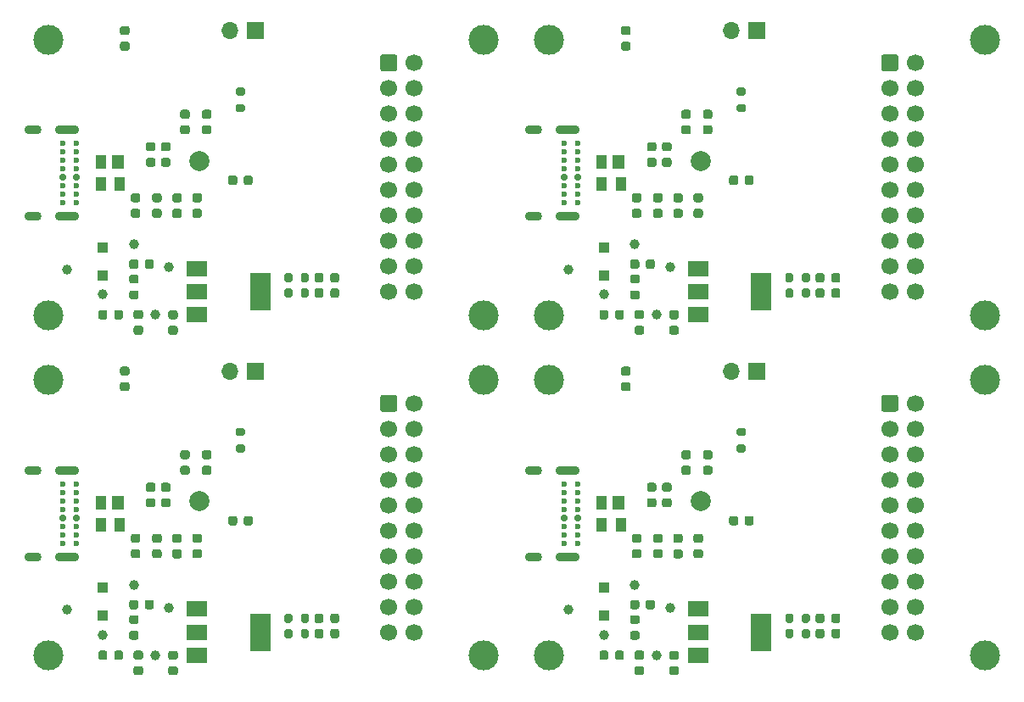
<source format=gts>
G04 #@! TF.GenerationSoftware,KiCad,Pcbnew,(5.1.10-1-10_14)*
G04 #@! TF.CreationDate,2022-06-03T02:43:26+09:00*
G04 #@! TF.ProjectId,cmsis-dap_rp2040,636d7369-732d-4646-9170-5f7270323034,rev?*
G04 #@! TF.SameCoordinates,Original*
G04 #@! TF.FileFunction,Soldermask,Top*
G04 #@! TF.FilePolarity,Negative*
%FSLAX46Y46*%
G04 Gerber Fmt 4.6, Leading zero omitted, Abs format (unit mm)*
G04 Created by KiCad (PCBNEW (5.1.10-1-10_14)) date 2022-06-03 02:43:26*
%MOMM*%
%LPD*%
G01*
G04 APERTURE LIST*
%ADD10R,1.100000X1.100000*%
%ADD11C,1.000000*%
%ADD12R,1.700000X1.700000*%
%ADD13O,1.700000X1.700000*%
%ADD14C,2.000000*%
%ADD15C,0.600000*%
%ADD16C,0.700000*%
%ADD17O,2.400000X0.900000*%
%ADD18O,1.700000X0.900000*%
%ADD19C,3.000000*%
%ADD20R,1.200000X1.400000*%
%ADD21R,1.000000X1.400000*%
%ADD22R,2.000000X3.800000*%
%ADD23R,2.000000X1.500000*%
%ADD24C,1.700000*%
G04 APERTURE END LIST*
D10*
G04 #@! TO.C,D2*
X158700000Y-110790000D03*
X158700000Y-107990000D03*
G04 #@! TD*
G04 #@! TO.C,D2*
X108700000Y-110790000D03*
X108700000Y-107990000D03*
G04 #@! TD*
G04 #@! TO.C,D2*
X158700000Y-76790000D03*
X158700000Y-73990000D03*
G04 #@! TD*
G04 #@! TO.C,D3*
G36*
G01*
X182305000Y-112293750D02*
X182305000Y-112806250D01*
G75*
G02*
X182086250Y-113025000I-218750J0D01*
G01*
X181648750Y-113025000D01*
G75*
G02*
X181430000Y-112806250I0J218750D01*
G01*
X181430000Y-112293750D01*
G75*
G02*
X181648750Y-112075000I218750J0D01*
G01*
X182086250Y-112075000D01*
G75*
G02*
X182305000Y-112293750I0J-218750D01*
G01*
G37*
G36*
G01*
X180730000Y-112293750D02*
X180730000Y-112806250D01*
G75*
G02*
X180511250Y-113025000I-218750J0D01*
G01*
X180073750Y-113025000D01*
G75*
G02*
X179855000Y-112806250I0J218750D01*
G01*
X179855000Y-112293750D01*
G75*
G02*
X180073750Y-112075000I218750J0D01*
G01*
X180511250Y-112075000D01*
G75*
G02*
X180730000Y-112293750I0J-218750D01*
G01*
G37*
G04 #@! TD*
G04 #@! TO.C,D3*
G36*
G01*
X132305000Y-112293750D02*
X132305000Y-112806250D01*
G75*
G02*
X132086250Y-113025000I-218750J0D01*
G01*
X131648750Y-113025000D01*
G75*
G02*
X131430000Y-112806250I0J218750D01*
G01*
X131430000Y-112293750D01*
G75*
G02*
X131648750Y-112075000I218750J0D01*
G01*
X132086250Y-112075000D01*
G75*
G02*
X132305000Y-112293750I0J-218750D01*
G01*
G37*
G36*
G01*
X130730000Y-112293750D02*
X130730000Y-112806250D01*
G75*
G02*
X130511250Y-113025000I-218750J0D01*
G01*
X130073750Y-113025000D01*
G75*
G02*
X129855000Y-112806250I0J218750D01*
G01*
X129855000Y-112293750D01*
G75*
G02*
X130073750Y-112075000I218750J0D01*
G01*
X130511250Y-112075000D01*
G75*
G02*
X130730000Y-112293750I0J-218750D01*
G01*
G37*
G04 #@! TD*
G04 #@! TO.C,D3*
G36*
G01*
X182305000Y-78293750D02*
X182305000Y-78806250D01*
G75*
G02*
X182086250Y-79025000I-218750J0D01*
G01*
X181648750Y-79025000D01*
G75*
G02*
X181430000Y-78806250I0J218750D01*
G01*
X181430000Y-78293750D01*
G75*
G02*
X181648750Y-78075000I218750J0D01*
G01*
X182086250Y-78075000D01*
G75*
G02*
X182305000Y-78293750I0J-218750D01*
G01*
G37*
G36*
G01*
X180730000Y-78293750D02*
X180730000Y-78806250D01*
G75*
G02*
X180511250Y-79025000I-218750J0D01*
G01*
X180073750Y-79025000D01*
G75*
G02*
X179855000Y-78806250I0J218750D01*
G01*
X179855000Y-78293750D01*
G75*
G02*
X180073750Y-78075000I218750J0D01*
G01*
X180511250Y-78075000D01*
G75*
G02*
X180730000Y-78293750I0J-218750D01*
G01*
G37*
G04 #@! TD*
G04 #@! TO.C,R7*
G36*
G01*
X176825000Y-112825000D02*
X176825000Y-112275000D01*
G75*
G02*
X177025000Y-112075000I200000J0D01*
G01*
X177425000Y-112075000D01*
G75*
G02*
X177625000Y-112275000I0J-200000D01*
G01*
X177625000Y-112825000D01*
G75*
G02*
X177425000Y-113025000I-200000J0D01*
G01*
X177025000Y-113025000D01*
G75*
G02*
X176825000Y-112825000I0J200000D01*
G01*
G37*
G36*
G01*
X178475000Y-112825000D02*
X178475000Y-112275000D01*
G75*
G02*
X178675000Y-112075000I200000J0D01*
G01*
X179075000Y-112075000D01*
G75*
G02*
X179275000Y-112275000I0J-200000D01*
G01*
X179275000Y-112825000D01*
G75*
G02*
X179075000Y-113025000I-200000J0D01*
G01*
X178675000Y-113025000D01*
G75*
G02*
X178475000Y-112825000I0J200000D01*
G01*
G37*
G04 #@! TD*
G04 #@! TO.C,R7*
G36*
G01*
X126825000Y-112825000D02*
X126825000Y-112275000D01*
G75*
G02*
X127025000Y-112075000I200000J0D01*
G01*
X127425000Y-112075000D01*
G75*
G02*
X127625000Y-112275000I0J-200000D01*
G01*
X127625000Y-112825000D01*
G75*
G02*
X127425000Y-113025000I-200000J0D01*
G01*
X127025000Y-113025000D01*
G75*
G02*
X126825000Y-112825000I0J200000D01*
G01*
G37*
G36*
G01*
X128475000Y-112825000D02*
X128475000Y-112275000D01*
G75*
G02*
X128675000Y-112075000I200000J0D01*
G01*
X129075000Y-112075000D01*
G75*
G02*
X129275000Y-112275000I0J-200000D01*
G01*
X129275000Y-112825000D01*
G75*
G02*
X129075000Y-113025000I-200000J0D01*
G01*
X128675000Y-113025000D01*
G75*
G02*
X128475000Y-112825000I0J200000D01*
G01*
G37*
G04 #@! TD*
G04 #@! TO.C,R7*
G36*
G01*
X176825000Y-78825000D02*
X176825000Y-78275000D01*
G75*
G02*
X177025000Y-78075000I200000J0D01*
G01*
X177425000Y-78075000D01*
G75*
G02*
X177625000Y-78275000I0J-200000D01*
G01*
X177625000Y-78825000D01*
G75*
G02*
X177425000Y-79025000I-200000J0D01*
G01*
X177025000Y-79025000D01*
G75*
G02*
X176825000Y-78825000I0J200000D01*
G01*
G37*
G36*
G01*
X178475000Y-78825000D02*
X178475000Y-78275000D01*
G75*
G02*
X178675000Y-78075000I200000J0D01*
G01*
X179075000Y-78075000D01*
G75*
G02*
X179275000Y-78275000I0J-200000D01*
G01*
X179275000Y-78825000D01*
G75*
G02*
X179075000Y-79025000I-200000J0D01*
G01*
X178675000Y-79025000D01*
G75*
G02*
X178475000Y-78825000I0J200000D01*
G01*
G37*
G04 #@! TD*
D11*
G04 #@! TO.C,TP6*
X155140000Y-110190000D03*
G04 #@! TD*
G04 #@! TO.C,TP6*
X105140000Y-110190000D03*
G04 #@! TD*
G04 #@! TO.C,TP6*
X155140000Y-76190000D03*
G04 #@! TD*
G04 #@! TO.C,TP1*
X158700000Y-112670000D03*
G04 #@! TD*
G04 #@! TO.C,TP1*
X108700000Y-112670000D03*
G04 #@! TD*
G04 #@! TO.C,TP1*
X158700000Y-78670000D03*
G04 #@! TD*
D12*
G04 #@! TO.C,J2*
X173980000Y-86350000D03*
D13*
X171440000Y-86350000D03*
G04 #@! TD*
D12*
G04 #@! TO.C,J2*
X123980000Y-86350000D03*
D13*
X121440000Y-86350000D03*
G04 #@! TD*
D12*
G04 #@! TO.C,J2*
X173980000Y-52350000D03*
D13*
X171440000Y-52350000D03*
G04 #@! TD*
D14*
G04 #@! TO.C,U3*
X168380000Y-99360000D03*
G04 #@! TD*
G04 #@! TO.C,U3*
X118380000Y-99360000D03*
G04 #@! TD*
G04 #@! TO.C,U3*
X168380000Y-65360000D03*
G04 #@! TD*
G04 #@! TO.C,C13*
G36*
G01*
X173675000Y-101030000D02*
X173675000Y-101530000D01*
G75*
G02*
X173450000Y-101755000I-225000J0D01*
G01*
X173000000Y-101755000D01*
G75*
G02*
X172775000Y-101530000I0J225000D01*
G01*
X172775000Y-101030000D01*
G75*
G02*
X173000000Y-100805000I225000J0D01*
G01*
X173450000Y-100805000D01*
G75*
G02*
X173675000Y-101030000I0J-225000D01*
G01*
G37*
G36*
G01*
X172125000Y-101030000D02*
X172125000Y-101530000D01*
G75*
G02*
X171900000Y-101755000I-225000J0D01*
G01*
X171450000Y-101755000D01*
G75*
G02*
X171225000Y-101530000I0J225000D01*
G01*
X171225000Y-101030000D01*
G75*
G02*
X171450000Y-100805000I225000J0D01*
G01*
X171900000Y-100805000D01*
G75*
G02*
X172125000Y-101030000I0J-225000D01*
G01*
G37*
G04 #@! TD*
G04 #@! TO.C,C13*
G36*
G01*
X123675000Y-101030000D02*
X123675000Y-101530000D01*
G75*
G02*
X123450000Y-101755000I-225000J0D01*
G01*
X123000000Y-101755000D01*
G75*
G02*
X122775000Y-101530000I0J225000D01*
G01*
X122775000Y-101030000D01*
G75*
G02*
X123000000Y-100805000I225000J0D01*
G01*
X123450000Y-100805000D01*
G75*
G02*
X123675000Y-101030000I0J-225000D01*
G01*
G37*
G36*
G01*
X122125000Y-101030000D02*
X122125000Y-101530000D01*
G75*
G02*
X121900000Y-101755000I-225000J0D01*
G01*
X121450000Y-101755000D01*
G75*
G02*
X121225000Y-101530000I0J225000D01*
G01*
X121225000Y-101030000D01*
G75*
G02*
X121450000Y-100805000I225000J0D01*
G01*
X121900000Y-100805000D01*
G75*
G02*
X122125000Y-101030000I0J-225000D01*
G01*
G37*
G04 #@! TD*
G04 #@! TO.C,C13*
G36*
G01*
X173675000Y-67030000D02*
X173675000Y-67530000D01*
G75*
G02*
X173450000Y-67755000I-225000J0D01*
G01*
X173000000Y-67755000D01*
G75*
G02*
X172775000Y-67530000I0J225000D01*
G01*
X172775000Y-67030000D01*
G75*
G02*
X173000000Y-66805000I225000J0D01*
G01*
X173450000Y-66805000D01*
G75*
G02*
X173675000Y-67030000I0J-225000D01*
G01*
G37*
G36*
G01*
X172125000Y-67030000D02*
X172125000Y-67530000D01*
G75*
G02*
X171900000Y-67755000I-225000J0D01*
G01*
X171450000Y-67755000D01*
G75*
G02*
X171225000Y-67530000I0J225000D01*
G01*
X171225000Y-67030000D01*
G75*
G02*
X171450000Y-66805000I225000J0D01*
G01*
X171900000Y-66805000D01*
G75*
G02*
X172125000Y-67030000I0J-225000D01*
G01*
G37*
G04 #@! TD*
G04 #@! TO.C,C5*
G36*
G01*
X162240000Y-103485000D02*
X161740000Y-103485000D01*
G75*
G02*
X161515000Y-103260000I0J225000D01*
G01*
X161515000Y-102810000D01*
G75*
G02*
X161740000Y-102585000I225000J0D01*
G01*
X162240000Y-102585000D01*
G75*
G02*
X162465000Y-102810000I0J-225000D01*
G01*
X162465000Y-103260000D01*
G75*
G02*
X162240000Y-103485000I-225000J0D01*
G01*
G37*
G36*
G01*
X162240000Y-105035000D02*
X161740000Y-105035000D01*
G75*
G02*
X161515000Y-104810000I0J225000D01*
G01*
X161515000Y-104360000D01*
G75*
G02*
X161740000Y-104135000I225000J0D01*
G01*
X162240000Y-104135000D01*
G75*
G02*
X162465000Y-104360000I0J-225000D01*
G01*
X162465000Y-104810000D01*
G75*
G02*
X162240000Y-105035000I-225000J0D01*
G01*
G37*
G04 #@! TD*
G04 #@! TO.C,C5*
G36*
G01*
X112240000Y-103485000D02*
X111740000Y-103485000D01*
G75*
G02*
X111515000Y-103260000I0J225000D01*
G01*
X111515000Y-102810000D01*
G75*
G02*
X111740000Y-102585000I225000J0D01*
G01*
X112240000Y-102585000D01*
G75*
G02*
X112465000Y-102810000I0J-225000D01*
G01*
X112465000Y-103260000D01*
G75*
G02*
X112240000Y-103485000I-225000J0D01*
G01*
G37*
G36*
G01*
X112240000Y-105035000D02*
X111740000Y-105035000D01*
G75*
G02*
X111515000Y-104810000I0J225000D01*
G01*
X111515000Y-104360000D01*
G75*
G02*
X111740000Y-104135000I225000J0D01*
G01*
X112240000Y-104135000D01*
G75*
G02*
X112465000Y-104360000I0J-225000D01*
G01*
X112465000Y-104810000D01*
G75*
G02*
X112240000Y-105035000I-225000J0D01*
G01*
G37*
G04 #@! TD*
G04 #@! TO.C,C5*
G36*
G01*
X162240000Y-69485000D02*
X161740000Y-69485000D01*
G75*
G02*
X161515000Y-69260000I0J225000D01*
G01*
X161515000Y-68810000D01*
G75*
G02*
X161740000Y-68585000I225000J0D01*
G01*
X162240000Y-68585000D01*
G75*
G02*
X162465000Y-68810000I0J-225000D01*
G01*
X162465000Y-69260000D01*
G75*
G02*
X162240000Y-69485000I-225000J0D01*
G01*
G37*
G36*
G01*
X162240000Y-71035000D02*
X161740000Y-71035000D01*
G75*
G02*
X161515000Y-70810000I0J225000D01*
G01*
X161515000Y-70360000D01*
G75*
G02*
X161740000Y-70135000I225000J0D01*
G01*
X162240000Y-70135000D01*
G75*
G02*
X162465000Y-70360000I0J-225000D01*
G01*
X162465000Y-70810000D01*
G75*
G02*
X162240000Y-71035000I-225000J0D01*
G01*
G37*
G04 #@! TD*
G04 #@! TO.C,C1*
G36*
G01*
X160660000Y-85895000D02*
X161160000Y-85895000D01*
G75*
G02*
X161385000Y-86120000I0J-225000D01*
G01*
X161385000Y-86570000D01*
G75*
G02*
X161160000Y-86795000I-225000J0D01*
G01*
X160660000Y-86795000D01*
G75*
G02*
X160435000Y-86570000I0J225000D01*
G01*
X160435000Y-86120000D01*
G75*
G02*
X160660000Y-85895000I225000J0D01*
G01*
G37*
G36*
G01*
X160660000Y-87445000D02*
X161160000Y-87445000D01*
G75*
G02*
X161385000Y-87670000I0J-225000D01*
G01*
X161385000Y-88120000D01*
G75*
G02*
X161160000Y-88345000I-225000J0D01*
G01*
X160660000Y-88345000D01*
G75*
G02*
X160435000Y-88120000I0J225000D01*
G01*
X160435000Y-87670000D01*
G75*
G02*
X160660000Y-87445000I225000J0D01*
G01*
G37*
G04 #@! TD*
G04 #@! TO.C,C1*
G36*
G01*
X110660000Y-85895000D02*
X111160000Y-85895000D01*
G75*
G02*
X111385000Y-86120000I0J-225000D01*
G01*
X111385000Y-86570000D01*
G75*
G02*
X111160000Y-86795000I-225000J0D01*
G01*
X110660000Y-86795000D01*
G75*
G02*
X110435000Y-86570000I0J225000D01*
G01*
X110435000Y-86120000D01*
G75*
G02*
X110660000Y-85895000I225000J0D01*
G01*
G37*
G36*
G01*
X110660000Y-87445000D02*
X111160000Y-87445000D01*
G75*
G02*
X111385000Y-87670000I0J-225000D01*
G01*
X111385000Y-88120000D01*
G75*
G02*
X111160000Y-88345000I-225000J0D01*
G01*
X110660000Y-88345000D01*
G75*
G02*
X110435000Y-88120000I0J225000D01*
G01*
X110435000Y-87670000D01*
G75*
G02*
X110660000Y-87445000I225000J0D01*
G01*
G37*
G04 #@! TD*
G04 #@! TO.C,C1*
G36*
G01*
X160660000Y-51895000D02*
X161160000Y-51895000D01*
G75*
G02*
X161385000Y-52120000I0J-225000D01*
G01*
X161385000Y-52570000D01*
G75*
G02*
X161160000Y-52795000I-225000J0D01*
G01*
X160660000Y-52795000D01*
G75*
G02*
X160435000Y-52570000I0J225000D01*
G01*
X160435000Y-52120000D01*
G75*
G02*
X160660000Y-51895000I225000J0D01*
G01*
G37*
G36*
G01*
X160660000Y-53445000D02*
X161160000Y-53445000D01*
G75*
G02*
X161385000Y-53670000I0J-225000D01*
G01*
X161385000Y-54120000D01*
G75*
G02*
X161160000Y-54345000I-225000J0D01*
G01*
X160660000Y-54345000D01*
G75*
G02*
X160435000Y-54120000I0J225000D01*
G01*
X160435000Y-53670000D01*
G75*
G02*
X160660000Y-53445000I225000J0D01*
G01*
G37*
G04 #@! TD*
G04 #@! TO.C,C3*
G36*
G01*
X162010000Y-114255000D02*
X162510000Y-114255000D01*
G75*
G02*
X162735000Y-114480000I0J-225000D01*
G01*
X162735000Y-114930000D01*
G75*
G02*
X162510000Y-115155000I-225000J0D01*
G01*
X162010000Y-115155000D01*
G75*
G02*
X161785000Y-114930000I0J225000D01*
G01*
X161785000Y-114480000D01*
G75*
G02*
X162010000Y-114255000I225000J0D01*
G01*
G37*
G36*
G01*
X162010000Y-115805000D02*
X162510000Y-115805000D01*
G75*
G02*
X162735000Y-116030000I0J-225000D01*
G01*
X162735000Y-116480000D01*
G75*
G02*
X162510000Y-116705000I-225000J0D01*
G01*
X162010000Y-116705000D01*
G75*
G02*
X161785000Y-116480000I0J225000D01*
G01*
X161785000Y-116030000D01*
G75*
G02*
X162010000Y-115805000I225000J0D01*
G01*
G37*
G04 #@! TD*
G04 #@! TO.C,C3*
G36*
G01*
X112010000Y-114255000D02*
X112510000Y-114255000D01*
G75*
G02*
X112735000Y-114480000I0J-225000D01*
G01*
X112735000Y-114930000D01*
G75*
G02*
X112510000Y-115155000I-225000J0D01*
G01*
X112010000Y-115155000D01*
G75*
G02*
X111785000Y-114930000I0J225000D01*
G01*
X111785000Y-114480000D01*
G75*
G02*
X112010000Y-114255000I225000J0D01*
G01*
G37*
G36*
G01*
X112010000Y-115805000D02*
X112510000Y-115805000D01*
G75*
G02*
X112735000Y-116030000I0J-225000D01*
G01*
X112735000Y-116480000D01*
G75*
G02*
X112510000Y-116705000I-225000J0D01*
G01*
X112010000Y-116705000D01*
G75*
G02*
X111785000Y-116480000I0J225000D01*
G01*
X111785000Y-116030000D01*
G75*
G02*
X112010000Y-115805000I225000J0D01*
G01*
G37*
G04 #@! TD*
G04 #@! TO.C,C3*
G36*
G01*
X162010000Y-80255000D02*
X162510000Y-80255000D01*
G75*
G02*
X162735000Y-80480000I0J-225000D01*
G01*
X162735000Y-80930000D01*
G75*
G02*
X162510000Y-81155000I-225000J0D01*
G01*
X162010000Y-81155000D01*
G75*
G02*
X161785000Y-80930000I0J225000D01*
G01*
X161785000Y-80480000D01*
G75*
G02*
X162010000Y-80255000I225000J0D01*
G01*
G37*
G36*
G01*
X162010000Y-81805000D02*
X162510000Y-81805000D01*
G75*
G02*
X162735000Y-82030000I0J-225000D01*
G01*
X162735000Y-82480000D01*
G75*
G02*
X162510000Y-82705000I-225000J0D01*
G01*
X162010000Y-82705000D01*
G75*
G02*
X161785000Y-82480000I0J225000D01*
G01*
X161785000Y-82030000D01*
G75*
G02*
X162010000Y-81805000I225000J0D01*
G01*
G37*
G04 #@! TD*
G04 #@! TO.C,C4*
G36*
G01*
X165470000Y-114265000D02*
X165970000Y-114265000D01*
G75*
G02*
X166195000Y-114490000I0J-225000D01*
G01*
X166195000Y-114940000D01*
G75*
G02*
X165970000Y-115165000I-225000J0D01*
G01*
X165470000Y-115165000D01*
G75*
G02*
X165245000Y-114940000I0J225000D01*
G01*
X165245000Y-114490000D01*
G75*
G02*
X165470000Y-114265000I225000J0D01*
G01*
G37*
G36*
G01*
X165470000Y-115815000D02*
X165970000Y-115815000D01*
G75*
G02*
X166195000Y-116040000I0J-225000D01*
G01*
X166195000Y-116490000D01*
G75*
G02*
X165970000Y-116715000I-225000J0D01*
G01*
X165470000Y-116715000D01*
G75*
G02*
X165245000Y-116490000I0J225000D01*
G01*
X165245000Y-116040000D01*
G75*
G02*
X165470000Y-115815000I225000J0D01*
G01*
G37*
G04 #@! TD*
G04 #@! TO.C,C4*
G36*
G01*
X115470000Y-114265000D02*
X115970000Y-114265000D01*
G75*
G02*
X116195000Y-114490000I0J-225000D01*
G01*
X116195000Y-114940000D01*
G75*
G02*
X115970000Y-115165000I-225000J0D01*
G01*
X115470000Y-115165000D01*
G75*
G02*
X115245000Y-114940000I0J225000D01*
G01*
X115245000Y-114490000D01*
G75*
G02*
X115470000Y-114265000I225000J0D01*
G01*
G37*
G36*
G01*
X115470000Y-115815000D02*
X115970000Y-115815000D01*
G75*
G02*
X116195000Y-116040000I0J-225000D01*
G01*
X116195000Y-116490000D01*
G75*
G02*
X115970000Y-116715000I-225000J0D01*
G01*
X115470000Y-116715000D01*
G75*
G02*
X115245000Y-116490000I0J225000D01*
G01*
X115245000Y-116040000D01*
G75*
G02*
X115470000Y-115815000I225000J0D01*
G01*
G37*
G04 #@! TD*
G04 #@! TO.C,C4*
G36*
G01*
X165470000Y-80265000D02*
X165970000Y-80265000D01*
G75*
G02*
X166195000Y-80490000I0J-225000D01*
G01*
X166195000Y-80940000D01*
G75*
G02*
X165970000Y-81165000I-225000J0D01*
G01*
X165470000Y-81165000D01*
G75*
G02*
X165245000Y-80940000I0J225000D01*
G01*
X165245000Y-80490000D01*
G75*
G02*
X165470000Y-80265000I225000J0D01*
G01*
G37*
G36*
G01*
X165470000Y-81815000D02*
X165970000Y-81815000D01*
G75*
G02*
X166195000Y-82040000I0J-225000D01*
G01*
X166195000Y-82490000D01*
G75*
G02*
X165970000Y-82715000I-225000J0D01*
G01*
X165470000Y-82715000D01*
G75*
G02*
X165245000Y-82490000I0J225000D01*
G01*
X165245000Y-82040000D01*
G75*
G02*
X165470000Y-81815000I225000J0D01*
G01*
G37*
G04 #@! TD*
G04 #@! TO.C,C6*
G36*
G01*
X164360000Y-103485000D02*
X163860000Y-103485000D01*
G75*
G02*
X163635000Y-103260000I0J225000D01*
G01*
X163635000Y-102810000D01*
G75*
G02*
X163860000Y-102585000I225000J0D01*
G01*
X164360000Y-102585000D01*
G75*
G02*
X164585000Y-102810000I0J-225000D01*
G01*
X164585000Y-103260000D01*
G75*
G02*
X164360000Y-103485000I-225000J0D01*
G01*
G37*
G36*
G01*
X164360000Y-105035000D02*
X163860000Y-105035000D01*
G75*
G02*
X163635000Y-104810000I0J225000D01*
G01*
X163635000Y-104360000D01*
G75*
G02*
X163860000Y-104135000I225000J0D01*
G01*
X164360000Y-104135000D01*
G75*
G02*
X164585000Y-104360000I0J-225000D01*
G01*
X164585000Y-104810000D01*
G75*
G02*
X164360000Y-105035000I-225000J0D01*
G01*
G37*
G04 #@! TD*
G04 #@! TO.C,C6*
G36*
G01*
X114360000Y-103485000D02*
X113860000Y-103485000D01*
G75*
G02*
X113635000Y-103260000I0J225000D01*
G01*
X113635000Y-102810000D01*
G75*
G02*
X113860000Y-102585000I225000J0D01*
G01*
X114360000Y-102585000D01*
G75*
G02*
X114585000Y-102810000I0J-225000D01*
G01*
X114585000Y-103260000D01*
G75*
G02*
X114360000Y-103485000I-225000J0D01*
G01*
G37*
G36*
G01*
X114360000Y-105035000D02*
X113860000Y-105035000D01*
G75*
G02*
X113635000Y-104810000I0J225000D01*
G01*
X113635000Y-104360000D01*
G75*
G02*
X113860000Y-104135000I225000J0D01*
G01*
X114360000Y-104135000D01*
G75*
G02*
X114585000Y-104360000I0J-225000D01*
G01*
X114585000Y-104810000D01*
G75*
G02*
X114360000Y-105035000I-225000J0D01*
G01*
G37*
G04 #@! TD*
G04 #@! TO.C,C6*
G36*
G01*
X164360000Y-69485000D02*
X163860000Y-69485000D01*
G75*
G02*
X163635000Y-69260000I0J225000D01*
G01*
X163635000Y-68810000D01*
G75*
G02*
X163860000Y-68585000I225000J0D01*
G01*
X164360000Y-68585000D01*
G75*
G02*
X164585000Y-68810000I0J-225000D01*
G01*
X164585000Y-69260000D01*
G75*
G02*
X164360000Y-69485000I-225000J0D01*
G01*
G37*
G36*
G01*
X164360000Y-71035000D02*
X163860000Y-71035000D01*
G75*
G02*
X163635000Y-70810000I0J225000D01*
G01*
X163635000Y-70360000D01*
G75*
G02*
X163860000Y-70135000I225000J0D01*
G01*
X164360000Y-70135000D01*
G75*
G02*
X164585000Y-70360000I0J-225000D01*
G01*
X164585000Y-70810000D01*
G75*
G02*
X164360000Y-71035000I-225000J0D01*
G01*
G37*
G04 #@! TD*
G04 #@! TO.C,C8*
G36*
G01*
X164750000Y-97495000D02*
X165250000Y-97495000D01*
G75*
G02*
X165475000Y-97720000I0J-225000D01*
G01*
X165475000Y-98170000D01*
G75*
G02*
X165250000Y-98395000I-225000J0D01*
G01*
X164750000Y-98395000D01*
G75*
G02*
X164525000Y-98170000I0J225000D01*
G01*
X164525000Y-97720000D01*
G75*
G02*
X164750000Y-97495000I225000J0D01*
G01*
G37*
G36*
G01*
X164750000Y-99045000D02*
X165250000Y-99045000D01*
G75*
G02*
X165475000Y-99270000I0J-225000D01*
G01*
X165475000Y-99720000D01*
G75*
G02*
X165250000Y-99945000I-225000J0D01*
G01*
X164750000Y-99945000D01*
G75*
G02*
X164525000Y-99720000I0J225000D01*
G01*
X164525000Y-99270000D01*
G75*
G02*
X164750000Y-99045000I225000J0D01*
G01*
G37*
G04 #@! TD*
G04 #@! TO.C,C8*
G36*
G01*
X114750000Y-97495000D02*
X115250000Y-97495000D01*
G75*
G02*
X115475000Y-97720000I0J-225000D01*
G01*
X115475000Y-98170000D01*
G75*
G02*
X115250000Y-98395000I-225000J0D01*
G01*
X114750000Y-98395000D01*
G75*
G02*
X114525000Y-98170000I0J225000D01*
G01*
X114525000Y-97720000D01*
G75*
G02*
X114750000Y-97495000I225000J0D01*
G01*
G37*
G36*
G01*
X114750000Y-99045000D02*
X115250000Y-99045000D01*
G75*
G02*
X115475000Y-99270000I0J-225000D01*
G01*
X115475000Y-99720000D01*
G75*
G02*
X115250000Y-99945000I-225000J0D01*
G01*
X114750000Y-99945000D01*
G75*
G02*
X114525000Y-99720000I0J225000D01*
G01*
X114525000Y-99270000D01*
G75*
G02*
X114750000Y-99045000I225000J0D01*
G01*
G37*
G04 #@! TD*
G04 #@! TO.C,C8*
G36*
G01*
X164750000Y-63495000D02*
X165250000Y-63495000D01*
G75*
G02*
X165475000Y-63720000I0J-225000D01*
G01*
X165475000Y-64170000D01*
G75*
G02*
X165250000Y-64395000I-225000J0D01*
G01*
X164750000Y-64395000D01*
G75*
G02*
X164525000Y-64170000I0J225000D01*
G01*
X164525000Y-63720000D01*
G75*
G02*
X164750000Y-63495000I225000J0D01*
G01*
G37*
G36*
G01*
X164750000Y-65045000D02*
X165250000Y-65045000D01*
G75*
G02*
X165475000Y-65270000I0J-225000D01*
G01*
X165475000Y-65720000D01*
G75*
G02*
X165250000Y-65945000I-225000J0D01*
G01*
X164750000Y-65945000D01*
G75*
G02*
X164525000Y-65720000I0J225000D01*
G01*
X164525000Y-65270000D01*
G75*
G02*
X164750000Y-65045000I225000J0D01*
G01*
G37*
G04 #@! TD*
D15*
G04 #@! TO.C,J1*
X156100000Y-97600000D03*
X156100000Y-98450000D03*
X156100000Y-99300000D03*
X156100000Y-100150000D03*
D16*
X156100000Y-101000000D03*
D15*
X156100000Y-101850000D03*
X156100000Y-102700000D03*
X156100000Y-103550000D03*
X154750000Y-98450000D03*
X154750000Y-100150000D03*
X154750000Y-99300000D03*
X154750000Y-97600000D03*
X154750000Y-101850000D03*
X154750000Y-102700000D03*
X154750000Y-103550000D03*
D16*
X154750000Y-101000000D03*
D17*
X155120000Y-96250000D03*
X155120000Y-104900000D03*
D18*
X151740000Y-96250000D03*
X151740000Y-104900000D03*
G04 #@! TD*
D15*
G04 #@! TO.C,J1*
X106100000Y-97600000D03*
X106100000Y-98450000D03*
X106100000Y-99300000D03*
X106100000Y-100150000D03*
D16*
X106100000Y-101000000D03*
D15*
X106100000Y-101850000D03*
X106100000Y-102700000D03*
X106100000Y-103550000D03*
X104750000Y-98450000D03*
X104750000Y-100150000D03*
X104750000Y-99300000D03*
X104750000Y-97600000D03*
X104750000Y-101850000D03*
X104750000Y-102700000D03*
X104750000Y-103550000D03*
D16*
X104750000Y-101000000D03*
D17*
X105120000Y-96250000D03*
X105120000Y-104900000D03*
D18*
X101740000Y-96250000D03*
X101740000Y-104900000D03*
G04 #@! TD*
D15*
G04 #@! TO.C,J1*
X156100000Y-63600000D03*
X156100000Y-64450000D03*
X156100000Y-65300000D03*
X156100000Y-66150000D03*
D16*
X156100000Y-67000000D03*
D15*
X156100000Y-67850000D03*
X156100000Y-68700000D03*
X156100000Y-69550000D03*
X154750000Y-64450000D03*
X154750000Y-66150000D03*
X154750000Y-65300000D03*
X154750000Y-63600000D03*
X154750000Y-67850000D03*
X154750000Y-68700000D03*
X154750000Y-69550000D03*
D16*
X154750000Y-67000000D03*
D17*
X155120000Y-62250000D03*
X155120000Y-70900000D03*
D18*
X151740000Y-62250000D03*
X151740000Y-70900000D03*
G04 #@! TD*
G04 #@! TO.C,L1*
G36*
G01*
X158275000Y-114976250D02*
X158275000Y-114463750D01*
G75*
G02*
X158493750Y-114245000I218750J0D01*
G01*
X158931250Y-114245000D01*
G75*
G02*
X159150000Y-114463750I0J-218750D01*
G01*
X159150000Y-114976250D01*
G75*
G02*
X158931250Y-115195000I-218750J0D01*
G01*
X158493750Y-115195000D01*
G75*
G02*
X158275000Y-114976250I0J218750D01*
G01*
G37*
G36*
G01*
X159850000Y-114976250D02*
X159850000Y-114463750D01*
G75*
G02*
X160068750Y-114245000I218750J0D01*
G01*
X160506250Y-114245000D01*
G75*
G02*
X160725000Y-114463750I0J-218750D01*
G01*
X160725000Y-114976250D01*
G75*
G02*
X160506250Y-115195000I-218750J0D01*
G01*
X160068750Y-115195000D01*
G75*
G02*
X159850000Y-114976250I0J218750D01*
G01*
G37*
G04 #@! TD*
G04 #@! TO.C,L1*
G36*
G01*
X108275000Y-114976250D02*
X108275000Y-114463750D01*
G75*
G02*
X108493750Y-114245000I218750J0D01*
G01*
X108931250Y-114245000D01*
G75*
G02*
X109150000Y-114463750I0J-218750D01*
G01*
X109150000Y-114976250D01*
G75*
G02*
X108931250Y-115195000I-218750J0D01*
G01*
X108493750Y-115195000D01*
G75*
G02*
X108275000Y-114976250I0J218750D01*
G01*
G37*
G36*
G01*
X109850000Y-114976250D02*
X109850000Y-114463750D01*
G75*
G02*
X110068750Y-114245000I218750J0D01*
G01*
X110506250Y-114245000D01*
G75*
G02*
X110725000Y-114463750I0J-218750D01*
G01*
X110725000Y-114976250D01*
G75*
G02*
X110506250Y-115195000I-218750J0D01*
G01*
X110068750Y-115195000D01*
G75*
G02*
X109850000Y-114976250I0J218750D01*
G01*
G37*
G04 #@! TD*
G04 #@! TO.C,L1*
G36*
G01*
X158275000Y-80976250D02*
X158275000Y-80463750D01*
G75*
G02*
X158493750Y-80245000I218750J0D01*
G01*
X158931250Y-80245000D01*
G75*
G02*
X159150000Y-80463750I0J-218750D01*
G01*
X159150000Y-80976250D01*
G75*
G02*
X158931250Y-81195000I-218750J0D01*
G01*
X158493750Y-81195000D01*
G75*
G02*
X158275000Y-80976250I0J218750D01*
G01*
G37*
G36*
G01*
X159850000Y-80976250D02*
X159850000Y-80463750D01*
G75*
G02*
X160068750Y-80245000I218750J0D01*
G01*
X160506250Y-80245000D01*
G75*
G02*
X160725000Y-80463750I0J-218750D01*
G01*
X160725000Y-80976250D01*
G75*
G02*
X160506250Y-81195000I-218750J0D01*
G01*
X160068750Y-81195000D01*
G75*
G02*
X159850000Y-80976250I0J218750D01*
G01*
G37*
G04 #@! TD*
G04 #@! TO.C,R1*
G36*
G01*
X172715000Y-94475000D02*
X172165000Y-94475000D01*
G75*
G02*
X171965000Y-94275000I0J200000D01*
G01*
X171965000Y-93875000D01*
G75*
G02*
X172165000Y-93675000I200000J0D01*
G01*
X172715000Y-93675000D01*
G75*
G02*
X172915000Y-93875000I0J-200000D01*
G01*
X172915000Y-94275000D01*
G75*
G02*
X172715000Y-94475000I-200000J0D01*
G01*
G37*
G36*
G01*
X172715000Y-92825000D02*
X172165000Y-92825000D01*
G75*
G02*
X171965000Y-92625000I0J200000D01*
G01*
X171965000Y-92225000D01*
G75*
G02*
X172165000Y-92025000I200000J0D01*
G01*
X172715000Y-92025000D01*
G75*
G02*
X172915000Y-92225000I0J-200000D01*
G01*
X172915000Y-92625000D01*
G75*
G02*
X172715000Y-92825000I-200000J0D01*
G01*
G37*
G04 #@! TD*
G04 #@! TO.C,R1*
G36*
G01*
X122715000Y-94475000D02*
X122165000Y-94475000D01*
G75*
G02*
X121965000Y-94275000I0J200000D01*
G01*
X121965000Y-93875000D01*
G75*
G02*
X122165000Y-93675000I200000J0D01*
G01*
X122715000Y-93675000D01*
G75*
G02*
X122915000Y-93875000I0J-200000D01*
G01*
X122915000Y-94275000D01*
G75*
G02*
X122715000Y-94475000I-200000J0D01*
G01*
G37*
G36*
G01*
X122715000Y-92825000D02*
X122165000Y-92825000D01*
G75*
G02*
X121965000Y-92625000I0J200000D01*
G01*
X121965000Y-92225000D01*
G75*
G02*
X122165000Y-92025000I200000J0D01*
G01*
X122715000Y-92025000D01*
G75*
G02*
X122915000Y-92225000I0J-200000D01*
G01*
X122915000Y-92625000D01*
G75*
G02*
X122715000Y-92825000I-200000J0D01*
G01*
G37*
G04 #@! TD*
G04 #@! TO.C,R1*
G36*
G01*
X172715000Y-60475000D02*
X172165000Y-60475000D01*
G75*
G02*
X171965000Y-60275000I0J200000D01*
G01*
X171965000Y-59875000D01*
G75*
G02*
X172165000Y-59675000I200000J0D01*
G01*
X172715000Y-59675000D01*
G75*
G02*
X172915000Y-59875000I0J-200000D01*
G01*
X172915000Y-60275000D01*
G75*
G02*
X172715000Y-60475000I-200000J0D01*
G01*
G37*
G36*
G01*
X172715000Y-58825000D02*
X172165000Y-58825000D01*
G75*
G02*
X171965000Y-58625000I0J200000D01*
G01*
X171965000Y-58225000D01*
G75*
G02*
X172165000Y-58025000I200000J0D01*
G01*
X172715000Y-58025000D01*
G75*
G02*
X172915000Y-58225000I0J-200000D01*
G01*
X172915000Y-58625000D01*
G75*
G02*
X172715000Y-58825000I-200000J0D01*
G01*
G37*
G04 #@! TD*
G04 #@! TO.C,C15*
G36*
G01*
X168380000Y-103485000D02*
X167880000Y-103485000D01*
G75*
G02*
X167655000Y-103260000I0J225000D01*
G01*
X167655000Y-102810000D01*
G75*
G02*
X167880000Y-102585000I225000J0D01*
G01*
X168380000Y-102585000D01*
G75*
G02*
X168605000Y-102810000I0J-225000D01*
G01*
X168605000Y-103260000D01*
G75*
G02*
X168380000Y-103485000I-225000J0D01*
G01*
G37*
G36*
G01*
X168380000Y-105035000D02*
X167880000Y-105035000D01*
G75*
G02*
X167655000Y-104810000I0J225000D01*
G01*
X167655000Y-104360000D01*
G75*
G02*
X167880000Y-104135000I225000J0D01*
G01*
X168380000Y-104135000D01*
G75*
G02*
X168605000Y-104360000I0J-225000D01*
G01*
X168605000Y-104810000D01*
G75*
G02*
X168380000Y-105035000I-225000J0D01*
G01*
G37*
G04 #@! TD*
G04 #@! TO.C,C15*
G36*
G01*
X118380000Y-103485000D02*
X117880000Y-103485000D01*
G75*
G02*
X117655000Y-103260000I0J225000D01*
G01*
X117655000Y-102810000D01*
G75*
G02*
X117880000Y-102585000I225000J0D01*
G01*
X118380000Y-102585000D01*
G75*
G02*
X118605000Y-102810000I0J-225000D01*
G01*
X118605000Y-103260000D01*
G75*
G02*
X118380000Y-103485000I-225000J0D01*
G01*
G37*
G36*
G01*
X118380000Y-105035000D02*
X117880000Y-105035000D01*
G75*
G02*
X117655000Y-104810000I0J225000D01*
G01*
X117655000Y-104360000D01*
G75*
G02*
X117880000Y-104135000I225000J0D01*
G01*
X118380000Y-104135000D01*
G75*
G02*
X118605000Y-104360000I0J-225000D01*
G01*
X118605000Y-104810000D01*
G75*
G02*
X118380000Y-105035000I-225000J0D01*
G01*
G37*
G04 #@! TD*
G04 #@! TO.C,C15*
G36*
G01*
X168380000Y-69485000D02*
X167880000Y-69485000D01*
G75*
G02*
X167655000Y-69260000I0J225000D01*
G01*
X167655000Y-68810000D01*
G75*
G02*
X167880000Y-68585000I225000J0D01*
G01*
X168380000Y-68585000D01*
G75*
G02*
X168605000Y-68810000I0J-225000D01*
G01*
X168605000Y-69260000D01*
G75*
G02*
X168380000Y-69485000I-225000J0D01*
G01*
G37*
G36*
G01*
X168380000Y-71035000D02*
X167880000Y-71035000D01*
G75*
G02*
X167655000Y-70810000I0J225000D01*
G01*
X167655000Y-70360000D01*
G75*
G02*
X167880000Y-70135000I225000J0D01*
G01*
X168380000Y-70135000D01*
G75*
G02*
X168605000Y-70360000I0J-225000D01*
G01*
X168605000Y-70810000D01*
G75*
G02*
X168380000Y-71035000I-225000J0D01*
G01*
G37*
G04 #@! TD*
G04 #@! TO.C,C17*
G36*
G01*
X168830000Y-94243000D02*
X169330000Y-94243000D01*
G75*
G02*
X169555000Y-94468000I0J-225000D01*
G01*
X169555000Y-94918000D01*
G75*
G02*
X169330000Y-95143000I-225000J0D01*
G01*
X168830000Y-95143000D01*
G75*
G02*
X168605000Y-94918000I0J225000D01*
G01*
X168605000Y-94468000D01*
G75*
G02*
X168830000Y-94243000I225000J0D01*
G01*
G37*
G36*
G01*
X168830000Y-95793000D02*
X169330000Y-95793000D01*
G75*
G02*
X169555000Y-96018000I0J-225000D01*
G01*
X169555000Y-96468000D01*
G75*
G02*
X169330000Y-96693000I-225000J0D01*
G01*
X168830000Y-96693000D01*
G75*
G02*
X168605000Y-96468000I0J225000D01*
G01*
X168605000Y-96018000D01*
G75*
G02*
X168830000Y-95793000I225000J0D01*
G01*
G37*
G04 #@! TD*
G04 #@! TO.C,C17*
G36*
G01*
X118830000Y-94243000D02*
X119330000Y-94243000D01*
G75*
G02*
X119555000Y-94468000I0J-225000D01*
G01*
X119555000Y-94918000D01*
G75*
G02*
X119330000Y-95143000I-225000J0D01*
G01*
X118830000Y-95143000D01*
G75*
G02*
X118605000Y-94918000I0J225000D01*
G01*
X118605000Y-94468000D01*
G75*
G02*
X118830000Y-94243000I225000J0D01*
G01*
G37*
G36*
G01*
X118830000Y-95793000D02*
X119330000Y-95793000D01*
G75*
G02*
X119555000Y-96018000I0J-225000D01*
G01*
X119555000Y-96468000D01*
G75*
G02*
X119330000Y-96693000I-225000J0D01*
G01*
X118830000Y-96693000D01*
G75*
G02*
X118605000Y-96468000I0J225000D01*
G01*
X118605000Y-96018000D01*
G75*
G02*
X118830000Y-95793000I225000J0D01*
G01*
G37*
G04 #@! TD*
G04 #@! TO.C,C17*
G36*
G01*
X168830000Y-60243000D02*
X169330000Y-60243000D01*
G75*
G02*
X169555000Y-60468000I0J-225000D01*
G01*
X169555000Y-60918000D01*
G75*
G02*
X169330000Y-61143000I-225000J0D01*
G01*
X168830000Y-61143000D01*
G75*
G02*
X168605000Y-60918000I0J225000D01*
G01*
X168605000Y-60468000D01*
G75*
G02*
X168830000Y-60243000I225000J0D01*
G01*
G37*
G36*
G01*
X168830000Y-61793000D02*
X169330000Y-61793000D01*
G75*
G02*
X169555000Y-62018000I0J-225000D01*
G01*
X169555000Y-62468000D01*
G75*
G02*
X169330000Y-62693000I-225000J0D01*
G01*
X168830000Y-62693000D01*
G75*
G02*
X168605000Y-62468000I0J225000D01*
G01*
X168605000Y-62018000D01*
G75*
G02*
X168830000Y-61793000I225000J0D01*
G01*
G37*
G04 #@! TD*
G04 #@! TO.C,C11*
G36*
G01*
X166370000Y-103495000D02*
X165870000Y-103495000D01*
G75*
G02*
X165645000Y-103270000I0J225000D01*
G01*
X165645000Y-102820000D01*
G75*
G02*
X165870000Y-102595000I225000J0D01*
G01*
X166370000Y-102595000D01*
G75*
G02*
X166595000Y-102820000I0J-225000D01*
G01*
X166595000Y-103270000D01*
G75*
G02*
X166370000Y-103495000I-225000J0D01*
G01*
G37*
G36*
G01*
X166370000Y-105045000D02*
X165870000Y-105045000D01*
G75*
G02*
X165645000Y-104820000I0J225000D01*
G01*
X165645000Y-104370000D01*
G75*
G02*
X165870000Y-104145000I225000J0D01*
G01*
X166370000Y-104145000D01*
G75*
G02*
X166595000Y-104370000I0J-225000D01*
G01*
X166595000Y-104820000D01*
G75*
G02*
X166370000Y-105045000I-225000J0D01*
G01*
G37*
G04 #@! TD*
G04 #@! TO.C,C11*
G36*
G01*
X116370000Y-103495000D02*
X115870000Y-103495000D01*
G75*
G02*
X115645000Y-103270000I0J225000D01*
G01*
X115645000Y-102820000D01*
G75*
G02*
X115870000Y-102595000I225000J0D01*
G01*
X116370000Y-102595000D01*
G75*
G02*
X116595000Y-102820000I0J-225000D01*
G01*
X116595000Y-103270000D01*
G75*
G02*
X116370000Y-103495000I-225000J0D01*
G01*
G37*
G36*
G01*
X116370000Y-105045000D02*
X115870000Y-105045000D01*
G75*
G02*
X115645000Y-104820000I0J225000D01*
G01*
X115645000Y-104370000D01*
G75*
G02*
X115870000Y-104145000I225000J0D01*
G01*
X116370000Y-104145000D01*
G75*
G02*
X116595000Y-104370000I0J-225000D01*
G01*
X116595000Y-104820000D01*
G75*
G02*
X116370000Y-105045000I-225000J0D01*
G01*
G37*
G04 #@! TD*
G04 #@! TO.C,C11*
G36*
G01*
X166370000Y-69495000D02*
X165870000Y-69495000D01*
G75*
G02*
X165645000Y-69270000I0J225000D01*
G01*
X165645000Y-68820000D01*
G75*
G02*
X165870000Y-68595000I225000J0D01*
G01*
X166370000Y-68595000D01*
G75*
G02*
X166595000Y-68820000I0J-225000D01*
G01*
X166595000Y-69270000D01*
G75*
G02*
X166370000Y-69495000I-225000J0D01*
G01*
G37*
G36*
G01*
X166370000Y-71045000D02*
X165870000Y-71045000D01*
G75*
G02*
X165645000Y-70820000I0J225000D01*
G01*
X165645000Y-70370000D01*
G75*
G02*
X165870000Y-70145000I225000J0D01*
G01*
X166370000Y-70145000D01*
G75*
G02*
X166595000Y-70370000I0J-225000D01*
G01*
X166595000Y-70820000D01*
G75*
G02*
X166370000Y-71045000I-225000J0D01*
G01*
G37*
G04 #@! TD*
G04 #@! TO.C,C9*
G36*
G01*
X163240000Y-97495000D02*
X163740000Y-97495000D01*
G75*
G02*
X163965000Y-97720000I0J-225000D01*
G01*
X163965000Y-98170000D01*
G75*
G02*
X163740000Y-98395000I-225000J0D01*
G01*
X163240000Y-98395000D01*
G75*
G02*
X163015000Y-98170000I0J225000D01*
G01*
X163015000Y-97720000D01*
G75*
G02*
X163240000Y-97495000I225000J0D01*
G01*
G37*
G36*
G01*
X163240000Y-99045000D02*
X163740000Y-99045000D01*
G75*
G02*
X163965000Y-99270000I0J-225000D01*
G01*
X163965000Y-99720000D01*
G75*
G02*
X163740000Y-99945000I-225000J0D01*
G01*
X163240000Y-99945000D01*
G75*
G02*
X163015000Y-99720000I0J225000D01*
G01*
X163015000Y-99270000D01*
G75*
G02*
X163240000Y-99045000I225000J0D01*
G01*
G37*
G04 #@! TD*
G04 #@! TO.C,C9*
G36*
G01*
X113240000Y-97495000D02*
X113740000Y-97495000D01*
G75*
G02*
X113965000Y-97720000I0J-225000D01*
G01*
X113965000Y-98170000D01*
G75*
G02*
X113740000Y-98395000I-225000J0D01*
G01*
X113240000Y-98395000D01*
G75*
G02*
X113015000Y-98170000I0J225000D01*
G01*
X113015000Y-97720000D01*
G75*
G02*
X113240000Y-97495000I225000J0D01*
G01*
G37*
G36*
G01*
X113240000Y-99045000D02*
X113740000Y-99045000D01*
G75*
G02*
X113965000Y-99270000I0J-225000D01*
G01*
X113965000Y-99720000D01*
G75*
G02*
X113740000Y-99945000I-225000J0D01*
G01*
X113240000Y-99945000D01*
G75*
G02*
X113015000Y-99720000I0J225000D01*
G01*
X113015000Y-99270000D01*
G75*
G02*
X113240000Y-99045000I225000J0D01*
G01*
G37*
G04 #@! TD*
G04 #@! TO.C,C9*
G36*
G01*
X163240000Y-63495000D02*
X163740000Y-63495000D01*
G75*
G02*
X163965000Y-63720000I0J-225000D01*
G01*
X163965000Y-64170000D01*
G75*
G02*
X163740000Y-64395000I-225000J0D01*
G01*
X163240000Y-64395000D01*
G75*
G02*
X163015000Y-64170000I0J225000D01*
G01*
X163015000Y-63720000D01*
G75*
G02*
X163240000Y-63495000I225000J0D01*
G01*
G37*
G36*
G01*
X163240000Y-65045000D02*
X163740000Y-65045000D01*
G75*
G02*
X163965000Y-65270000I0J-225000D01*
G01*
X163965000Y-65720000D01*
G75*
G02*
X163740000Y-65945000I-225000J0D01*
G01*
X163240000Y-65945000D01*
G75*
G02*
X163015000Y-65720000I0J225000D01*
G01*
X163015000Y-65270000D01*
G75*
G02*
X163240000Y-65045000I225000J0D01*
G01*
G37*
G04 #@! TD*
G04 #@! TO.C,D4*
G36*
G01*
X182301000Y-110769750D02*
X182301000Y-111282250D01*
G75*
G02*
X182082250Y-111501000I-218750J0D01*
G01*
X181644750Y-111501000D01*
G75*
G02*
X181426000Y-111282250I0J218750D01*
G01*
X181426000Y-110769750D01*
G75*
G02*
X181644750Y-110551000I218750J0D01*
G01*
X182082250Y-110551000D01*
G75*
G02*
X182301000Y-110769750I0J-218750D01*
G01*
G37*
G36*
G01*
X180726000Y-110769750D02*
X180726000Y-111282250D01*
G75*
G02*
X180507250Y-111501000I-218750J0D01*
G01*
X180069750Y-111501000D01*
G75*
G02*
X179851000Y-111282250I0J218750D01*
G01*
X179851000Y-110769750D01*
G75*
G02*
X180069750Y-110551000I218750J0D01*
G01*
X180507250Y-110551000D01*
G75*
G02*
X180726000Y-110769750I0J-218750D01*
G01*
G37*
G04 #@! TD*
G04 #@! TO.C,D4*
G36*
G01*
X132301000Y-110769750D02*
X132301000Y-111282250D01*
G75*
G02*
X132082250Y-111501000I-218750J0D01*
G01*
X131644750Y-111501000D01*
G75*
G02*
X131426000Y-111282250I0J218750D01*
G01*
X131426000Y-110769750D01*
G75*
G02*
X131644750Y-110551000I218750J0D01*
G01*
X132082250Y-110551000D01*
G75*
G02*
X132301000Y-110769750I0J-218750D01*
G01*
G37*
G36*
G01*
X130726000Y-110769750D02*
X130726000Y-111282250D01*
G75*
G02*
X130507250Y-111501000I-218750J0D01*
G01*
X130069750Y-111501000D01*
G75*
G02*
X129851000Y-111282250I0J218750D01*
G01*
X129851000Y-110769750D01*
G75*
G02*
X130069750Y-110551000I218750J0D01*
G01*
X130507250Y-110551000D01*
G75*
G02*
X130726000Y-110769750I0J-218750D01*
G01*
G37*
G04 #@! TD*
G04 #@! TO.C,D4*
G36*
G01*
X182301000Y-76769750D02*
X182301000Y-77282250D01*
G75*
G02*
X182082250Y-77501000I-218750J0D01*
G01*
X181644750Y-77501000D01*
G75*
G02*
X181426000Y-77282250I0J218750D01*
G01*
X181426000Y-76769750D01*
G75*
G02*
X181644750Y-76551000I218750J0D01*
G01*
X182082250Y-76551000D01*
G75*
G02*
X182301000Y-76769750I0J-218750D01*
G01*
G37*
G36*
G01*
X180726000Y-76769750D02*
X180726000Y-77282250D01*
G75*
G02*
X180507250Y-77501000I-218750J0D01*
G01*
X180069750Y-77501000D01*
G75*
G02*
X179851000Y-77282250I0J218750D01*
G01*
X179851000Y-76769750D01*
G75*
G02*
X180069750Y-76551000I218750J0D01*
G01*
X180507250Y-76551000D01*
G75*
G02*
X180726000Y-76769750I0J-218750D01*
G01*
G37*
G04 #@! TD*
D19*
G04 #@! TO.C,H1*
X153250000Y-87250000D03*
G04 #@! TD*
G04 #@! TO.C,H1*
X103250000Y-87250000D03*
G04 #@! TD*
G04 #@! TO.C,H1*
X153250000Y-53250000D03*
G04 #@! TD*
G04 #@! TO.C,H2*
X196750000Y-114750000D03*
G04 #@! TD*
G04 #@! TO.C,H2*
X146750000Y-114750000D03*
G04 #@! TD*
G04 #@! TO.C,H2*
X196750000Y-80750000D03*
G04 #@! TD*
D20*
G04 #@! TO.C,D1*
X160210000Y-99490000D03*
D21*
X158490000Y-99490000D03*
X158490000Y-101690000D03*
X160390000Y-101690000D03*
G04 #@! TD*
D20*
G04 #@! TO.C,D1*
X110210000Y-99490000D03*
D21*
X108490000Y-99490000D03*
X108490000Y-101690000D03*
X110390000Y-101690000D03*
G04 #@! TD*
D20*
G04 #@! TO.C,D1*
X160210000Y-65490000D03*
D21*
X158490000Y-65490000D03*
X158490000Y-67690000D03*
X160390000Y-67690000D03*
G04 #@! TD*
G04 #@! TO.C,C10*
G36*
G01*
X161355000Y-109910000D02*
X161355000Y-109410000D01*
G75*
G02*
X161580000Y-109185000I225000J0D01*
G01*
X162030000Y-109185000D01*
G75*
G02*
X162255000Y-109410000I0J-225000D01*
G01*
X162255000Y-109910000D01*
G75*
G02*
X162030000Y-110135000I-225000J0D01*
G01*
X161580000Y-110135000D01*
G75*
G02*
X161355000Y-109910000I0J225000D01*
G01*
G37*
G36*
G01*
X162905000Y-109910000D02*
X162905000Y-109410000D01*
G75*
G02*
X163130000Y-109185000I225000J0D01*
G01*
X163580000Y-109185000D01*
G75*
G02*
X163805000Y-109410000I0J-225000D01*
G01*
X163805000Y-109910000D01*
G75*
G02*
X163580000Y-110135000I-225000J0D01*
G01*
X163130000Y-110135000D01*
G75*
G02*
X162905000Y-109910000I0J225000D01*
G01*
G37*
G04 #@! TD*
G04 #@! TO.C,C10*
G36*
G01*
X111355000Y-109910000D02*
X111355000Y-109410000D01*
G75*
G02*
X111580000Y-109185000I225000J0D01*
G01*
X112030000Y-109185000D01*
G75*
G02*
X112255000Y-109410000I0J-225000D01*
G01*
X112255000Y-109910000D01*
G75*
G02*
X112030000Y-110135000I-225000J0D01*
G01*
X111580000Y-110135000D01*
G75*
G02*
X111355000Y-109910000I0J225000D01*
G01*
G37*
G36*
G01*
X112905000Y-109910000D02*
X112905000Y-109410000D01*
G75*
G02*
X113130000Y-109185000I225000J0D01*
G01*
X113580000Y-109185000D01*
G75*
G02*
X113805000Y-109410000I0J-225000D01*
G01*
X113805000Y-109910000D01*
G75*
G02*
X113580000Y-110135000I-225000J0D01*
G01*
X113130000Y-110135000D01*
G75*
G02*
X112905000Y-109910000I0J225000D01*
G01*
G37*
G04 #@! TD*
G04 #@! TO.C,C10*
G36*
G01*
X161355000Y-75910000D02*
X161355000Y-75410000D01*
G75*
G02*
X161580000Y-75185000I225000J0D01*
G01*
X162030000Y-75185000D01*
G75*
G02*
X162255000Y-75410000I0J-225000D01*
G01*
X162255000Y-75910000D01*
G75*
G02*
X162030000Y-76135000I-225000J0D01*
G01*
X161580000Y-76135000D01*
G75*
G02*
X161355000Y-75910000I0J225000D01*
G01*
G37*
G36*
G01*
X162905000Y-75910000D02*
X162905000Y-75410000D01*
G75*
G02*
X163130000Y-75185000I225000J0D01*
G01*
X163580000Y-75185000D01*
G75*
G02*
X163805000Y-75410000I0J-225000D01*
G01*
X163805000Y-75910000D01*
G75*
G02*
X163580000Y-76135000I-225000J0D01*
G01*
X163130000Y-76135000D01*
G75*
G02*
X162905000Y-75910000I0J225000D01*
G01*
G37*
G04 #@! TD*
D19*
G04 #@! TO.C,H3*
X153250000Y-114750000D03*
G04 #@! TD*
G04 #@! TO.C,H3*
X103250000Y-114750000D03*
G04 #@! TD*
G04 #@! TO.C,H3*
X153250000Y-80750000D03*
G04 #@! TD*
G04 #@! TO.C,H4*
X196750000Y-87250000D03*
G04 #@! TD*
G04 #@! TO.C,H4*
X146750000Y-87250000D03*
G04 #@! TD*
G04 #@! TO.C,H4*
X196750000Y-53250000D03*
G04 #@! TD*
D11*
G04 #@! TO.C,TP5*
X165316000Y-109946000D03*
G04 #@! TD*
G04 #@! TO.C,TP5*
X115316000Y-109946000D03*
G04 #@! TD*
G04 #@! TO.C,TP5*
X165316000Y-75946000D03*
G04 #@! TD*
G04 #@! TO.C,TP2*
X161810000Y-107660000D03*
G04 #@! TD*
G04 #@! TO.C,TP2*
X111810000Y-107660000D03*
G04 #@! TD*
G04 #@! TO.C,TP2*
X161810000Y-73660000D03*
G04 #@! TD*
G04 #@! TO.C,TP3*
X163990000Y-114710000D03*
G04 #@! TD*
G04 #@! TO.C,TP3*
X113990000Y-114710000D03*
G04 #@! TD*
G04 #@! TO.C,TP3*
X163990000Y-80710000D03*
G04 #@! TD*
G04 #@! TO.C,L2*
G36*
G01*
X162076250Y-113165000D02*
X161563750Y-113165000D01*
G75*
G02*
X161345000Y-112946250I0J218750D01*
G01*
X161345000Y-112508750D01*
G75*
G02*
X161563750Y-112290000I218750J0D01*
G01*
X162076250Y-112290000D01*
G75*
G02*
X162295000Y-112508750I0J-218750D01*
G01*
X162295000Y-112946250D01*
G75*
G02*
X162076250Y-113165000I-218750J0D01*
G01*
G37*
G36*
G01*
X162076250Y-111590000D02*
X161563750Y-111590000D01*
G75*
G02*
X161345000Y-111371250I0J218750D01*
G01*
X161345000Y-110933750D01*
G75*
G02*
X161563750Y-110715000I218750J0D01*
G01*
X162076250Y-110715000D01*
G75*
G02*
X162295000Y-110933750I0J-218750D01*
G01*
X162295000Y-111371250D01*
G75*
G02*
X162076250Y-111590000I-218750J0D01*
G01*
G37*
G04 #@! TD*
G04 #@! TO.C,L2*
G36*
G01*
X112076250Y-113165000D02*
X111563750Y-113165000D01*
G75*
G02*
X111345000Y-112946250I0J218750D01*
G01*
X111345000Y-112508750D01*
G75*
G02*
X111563750Y-112290000I218750J0D01*
G01*
X112076250Y-112290000D01*
G75*
G02*
X112295000Y-112508750I0J-218750D01*
G01*
X112295000Y-112946250D01*
G75*
G02*
X112076250Y-113165000I-218750J0D01*
G01*
G37*
G36*
G01*
X112076250Y-111590000D02*
X111563750Y-111590000D01*
G75*
G02*
X111345000Y-111371250I0J218750D01*
G01*
X111345000Y-110933750D01*
G75*
G02*
X111563750Y-110715000I218750J0D01*
G01*
X112076250Y-110715000D01*
G75*
G02*
X112295000Y-110933750I0J-218750D01*
G01*
X112295000Y-111371250D01*
G75*
G02*
X112076250Y-111590000I-218750J0D01*
G01*
G37*
G04 #@! TD*
G04 #@! TO.C,L2*
G36*
G01*
X162076250Y-79165000D02*
X161563750Y-79165000D01*
G75*
G02*
X161345000Y-78946250I0J218750D01*
G01*
X161345000Y-78508750D01*
G75*
G02*
X161563750Y-78290000I218750J0D01*
G01*
X162076250Y-78290000D01*
G75*
G02*
X162295000Y-78508750I0J-218750D01*
G01*
X162295000Y-78946250D01*
G75*
G02*
X162076250Y-79165000I-218750J0D01*
G01*
G37*
G36*
G01*
X162076250Y-77590000D02*
X161563750Y-77590000D01*
G75*
G02*
X161345000Y-77371250I0J218750D01*
G01*
X161345000Y-76933750D01*
G75*
G02*
X161563750Y-76715000I218750J0D01*
G01*
X162076250Y-76715000D01*
G75*
G02*
X162295000Y-76933750I0J-218750D01*
G01*
X162295000Y-77371250D01*
G75*
G02*
X162076250Y-77590000I-218750J0D01*
G01*
G37*
G04 #@! TD*
D22*
G04 #@! TO.C,U4*
X174420000Y-112410000D03*
D23*
X168120000Y-112410000D03*
X168120000Y-114710000D03*
X168120000Y-110110000D03*
G04 #@! TD*
D22*
G04 #@! TO.C,U4*
X124420000Y-112410000D03*
D23*
X118120000Y-112410000D03*
X118120000Y-114710000D03*
X118120000Y-110110000D03*
G04 #@! TD*
D22*
G04 #@! TO.C,U4*
X174420000Y-78410000D03*
D23*
X168120000Y-78410000D03*
X168120000Y-80710000D03*
X168120000Y-76110000D03*
G04 #@! TD*
G04 #@! TO.C,R10*
G36*
G01*
X176825000Y-111295000D02*
X176825000Y-110745000D01*
G75*
G02*
X177025000Y-110545000I200000J0D01*
G01*
X177425000Y-110545000D01*
G75*
G02*
X177625000Y-110745000I0J-200000D01*
G01*
X177625000Y-111295000D01*
G75*
G02*
X177425000Y-111495000I-200000J0D01*
G01*
X177025000Y-111495000D01*
G75*
G02*
X176825000Y-111295000I0J200000D01*
G01*
G37*
G36*
G01*
X178475000Y-111295000D02*
X178475000Y-110745000D01*
G75*
G02*
X178675000Y-110545000I200000J0D01*
G01*
X179075000Y-110545000D01*
G75*
G02*
X179275000Y-110745000I0J-200000D01*
G01*
X179275000Y-111295000D01*
G75*
G02*
X179075000Y-111495000I-200000J0D01*
G01*
X178675000Y-111495000D01*
G75*
G02*
X178475000Y-111295000I0J200000D01*
G01*
G37*
G04 #@! TD*
G04 #@! TO.C,R10*
G36*
G01*
X126825000Y-111295000D02*
X126825000Y-110745000D01*
G75*
G02*
X127025000Y-110545000I200000J0D01*
G01*
X127425000Y-110545000D01*
G75*
G02*
X127625000Y-110745000I0J-200000D01*
G01*
X127625000Y-111295000D01*
G75*
G02*
X127425000Y-111495000I-200000J0D01*
G01*
X127025000Y-111495000D01*
G75*
G02*
X126825000Y-111295000I0J200000D01*
G01*
G37*
G36*
G01*
X128475000Y-111295000D02*
X128475000Y-110745000D01*
G75*
G02*
X128675000Y-110545000I200000J0D01*
G01*
X129075000Y-110545000D01*
G75*
G02*
X129275000Y-110745000I0J-200000D01*
G01*
X129275000Y-111295000D01*
G75*
G02*
X129075000Y-111495000I-200000J0D01*
G01*
X128675000Y-111495000D01*
G75*
G02*
X128475000Y-111295000I0J200000D01*
G01*
G37*
G04 #@! TD*
G04 #@! TO.C,R10*
G36*
G01*
X176825000Y-77295000D02*
X176825000Y-76745000D01*
G75*
G02*
X177025000Y-76545000I200000J0D01*
G01*
X177425000Y-76545000D01*
G75*
G02*
X177625000Y-76745000I0J-200000D01*
G01*
X177625000Y-77295000D01*
G75*
G02*
X177425000Y-77495000I-200000J0D01*
G01*
X177025000Y-77495000D01*
G75*
G02*
X176825000Y-77295000I0J200000D01*
G01*
G37*
G36*
G01*
X178475000Y-77295000D02*
X178475000Y-76745000D01*
G75*
G02*
X178675000Y-76545000I200000J0D01*
G01*
X179075000Y-76545000D01*
G75*
G02*
X179275000Y-76745000I0J-200000D01*
G01*
X179275000Y-77295000D01*
G75*
G02*
X179075000Y-77495000I-200000J0D01*
G01*
X178675000Y-77495000D01*
G75*
G02*
X178475000Y-77295000I0J200000D01*
G01*
G37*
G04 #@! TD*
G04 #@! TO.C,C18*
G36*
G01*
X166670000Y-94245000D02*
X167170000Y-94245000D01*
G75*
G02*
X167395000Y-94470000I0J-225000D01*
G01*
X167395000Y-94920000D01*
G75*
G02*
X167170000Y-95145000I-225000J0D01*
G01*
X166670000Y-95145000D01*
G75*
G02*
X166445000Y-94920000I0J225000D01*
G01*
X166445000Y-94470000D01*
G75*
G02*
X166670000Y-94245000I225000J0D01*
G01*
G37*
G36*
G01*
X166670000Y-95795000D02*
X167170000Y-95795000D01*
G75*
G02*
X167395000Y-96020000I0J-225000D01*
G01*
X167395000Y-96470000D01*
G75*
G02*
X167170000Y-96695000I-225000J0D01*
G01*
X166670000Y-96695000D01*
G75*
G02*
X166445000Y-96470000I0J225000D01*
G01*
X166445000Y-96020000D01*
G75*
G02*
X166670000Y-95795000I225000J0D01*
G01*
G37*
G04 #@! TD*
G04 #@! TO.C,C18*
G36*
G01*
X116670000Y-94245000D02*
X117170000Y-94245000D01*
G75*
G02*
X117395000Y-94470000I0J-225000D01*
G01*
X117395000Y-94920000D01*
G75*
G02*
X117170000Y-95145000I-225000J0D01*
G01*
X116670000Y-95145000D01*
G75*
G02*
X116445000Y-94920000I0J225000D01*
G01*
X116445000Y-94470000D01*
G75*
G02*
X116670000Y-94245000I225000J0D01*
G01*
G37*
G36*
G01*
X116670000Y-95795000D02*
X117170000Y-95795000D01*
G75*
G02*
X117395000Y-96020000I0J-225000D01*
G01*
X117395000Y-96470000D01*
G75*
G02*
X117170000Y-96695000I-225000J0D01*
G01*
X116670000Y-96695000D01*
G75*
G02*
X116445000Y-96470000I0J225000D01*
G01*
X116445000Y-96020000D01*
G75*
G02*
X116670000Y-95795000I225000J0D01*
G01*
G37*
G04 #@! TD*
G04 #@! TO.C,C18*
G36*
G01*
X166670000Y-60245000D02*
X167170000Y-60245000D01*
G75*
G02*
X167395000Y-60470000I0J-225000D01*
G01*
X167395000Y-60920000D01*
G75*
G02*
X167170000Y-61145000I-225000J0D01*
G01*
X166670000Y-61145000D01*
G75*
G02*
X166445000Y-60920000I0J225000D01*
G01*
X166445000Y-60470000D01*
G75*
G02*
X166670000Y-60245000I225000J0D01*
G01*
G37*
G36*
G01*
X166670000Y-61795000D02*
X167170000Y-61795000D01*
G75*
G02*
X167395000Y-62020000I0J-225000D01*
G01*
X167395000Y-62470000D01*
G75*
G02*
X167170000Y-62695000I-225000J0D01*
G01*
X166670000Y-62695000D01*
G75*
G02*
X166445000Y-62470000I0J225000D01*
G01*
X166445000Y-62020000D01*
G75*
G02*
X166670000Y-61795000I225000J0D01*
G01*
G37*
G04 #@! TD*
G04 #@! TO.C,J4*
G36*
G01*
X186400000Y-90160000D02*
X186400000Y-88960000D01*
G75*
G02*
X186650000Y-88710000I250000J0D01*
G01*
X187850000Y-88710000D01*
G75*
G02*
X188100000Y-88960000I0J-250000D01*
G01*
X188100000Y-90160000D01*
G75*
G02*
X187850000Y-90410000I-250000J0D01*
G01*
X186650000Y-90410000D01*
G75*
G02*
X186400000Y-90160000I0J250000D01*
G01*
G37*
D24*
X187250000Y-92100000D03*
X187250000Y-94640000D03*
X187250000Y-97180000D03*
X187250000Y-99720000D03*
X187250000Y-102260000D03*
X187250000Y-104800000D03*
X187250000Y-107340000D03*
X187250000Y-109880000D03*
X187250000Y-112420000D03*
X189790000Y-89560000D03*
X189790000Y-92100000D03*
X189790000Y-94640000D03*
X189790000Y-97180000D03*
X189790000Y-99720000D03*
X189790000Y-102260000D03*
X189790000Y-104800000D03*
X189790000Y-107340000D03*
X189790000Y-109880000D03*
X189790000Y-112420000D03*
G04 #@! TD*
G04 #@! TO.C,J4*
G36*
G01*
X136400000Y-90160000D02*
X136400000Y-88960000D01*
G75*
G02*
X136650000Y-88710000I250000J0D01*
G01*
X137850000Y-88710000D01*
G75*
G02*
X138100000Y-88960000I0J-250000D01*
G01*
X138100000Y-90160000D01*
G75*
G02*
X137850000Y-90410000I-250000J0D01*
G01*
X136650000Y-90410000D01*
G75*
G02*
X136400000Y-90160000I0J250000D01*
G01*
G37*
X137250000Y-92100000D03*
X137250000Y-94640000D03*
X137250000Y-97180000D03*
X137250000Y-99720000D03*
X137250000Y-102260000D03*
X137250000Y-104800000D03*
X137250000Y-107340000D03*
X137250000Y-109880000D03*
X137250000Y-112420000D03*
X139790000Y-89560000D03*
X139790000Y-92100000D03*
X139790000Y-94640000D03*
X139790000Y-97180000D03*
X139790000Y-99720000D03*
X139790000Y-102260000D03*
X139790000Y-104800000D03*
X139790000Y-107340000D03*
X139790000Y-109880000D03*
X139790000Y-112420000D03*
G04 #@! TD*
G04 #@! TO.C,J4*
G36*
G01*
X186400000Y-56160000D02*
X186400000Y-54960000D01*
G75*
G02*
X186650000Y-54710000I250000J0D01*
G01*
X187850000Y-54710000D01*
G75*
G02*
X188100000Y-54960000I0J-250000D01*
G01*
X188100000Y-56160000D01*
G75*
G02*
X187850000Y-56410000I-250000J0D01*
G01*
X186650000Y-56410000D01*
G75*
G02*
X186400000Y-56160000I0J250000D01*
G01*
G37*
X187250000Y-58100000D03*
X187250000Y-60640000D03*
X187250000Y-63180000D03*
X187250000Y-65720000D03*
X187250000Y-68260000D03*
X187250000Y-70800000D03*
X187250000Y-73340000D03*
X187250000Y-75880000D03*
X187250000Y-78420000D03*
X189790000Y-55560000D03*
X189790000Y-58100000D03*
X189790000Y-60640000D03*
X189790000Y-63180000D03*
X189790000Y-65720000D03*
X189790000Y-68260000D03*
X189790000Y-70800000D03*
X189790000Y-73340000D03*
X189790000Y-75880000D03*
X189790000Y-78420000D03*
G04 #@! TD*
G04 #@! TO.C,C5*
G36*
G01*
X112240000Y-71035000D02*
X111740000Y-71035000D01*
G75*
G02*
X111515000Y-70810000I0J225000D01*
G01*
X111515000Y-70360000D01*
G75*
G02*
X111740000Y-70135000I225000J0D01*
G01*
X112240000Y-70135000D01*
G75*
G02*
X112465000Y-70360000I0J-225000D01*
G01*
X112465000Y-70810000D01*
G75*
G02*
X112240000Y-71035000I-225000J0D01*
G01*
G37*
G36*
G01*
X112240000Y-69485000D02*
X111740000Y-69485000D01*
G75*
G02*
X111515000Y-69260000I0J225000D01*
G01*
X111515000Y-68810000D01*
G75*
G02*
X111740000Y-68585000I225000J0D01*
G01*
X112240000Y-68585000D01*
G75*
G02*
X112465000Y-68810000I0J-225000D01*
G01*
X112465000Y-69260000D01*
G75*
G02*
X112240000Y-69485000I-225000J0D01*
G01*
G37*
G04 #@! TD*
G04 #@! TO.C,C13*
G36*
G01*
X122125000Y-67030000D02*
X122125000Y-67530000D01*
G75*
G02*
X121900000Y-67755000I-225000J0D01*
G01*
X121450000Y-67755000D01*
G75*
G02*
X121225000Y-67530000I0J225000D01*
G01*
X121225000Y-67030000D01*
G75*
G02*
X121450000Y-66805000I225000J0D01*
G01*
X121900000Y-66805000D01*
G75*
G02*
X122125000Y-67030000I0J-225000D01*
G01*
G37*
G36*
G01*
X123675000Y-67030000D02*
X123675000Y-67530000D01*
G75*
G02*
X123450000Y-67755000I-225000J0D01*
G01*
X123000000Y-67755000D01*
G75*
G02*
X122775000Y-67530000I0J225000D01*
G01*
X122775000Y-67030000D01*
G75*
G02*
X123000000Y-66805000I225000J0D01*
G01*
X123450000Y-66805000D01*
G75*
G02*
X123675000Y-67030000I0J-225000D01*
G01*
G37*
G04 #@! TD*
D14*
G04 #@! TO.C,U3*
X118380000Y-65360000D03*
G04 #@! TD*
D13*
G04 #@! TO.C,J2*
X121440000Y-52350000D03*
D12*
X123980000Y-52350000D03*
G04 #@! TD*
D11*
G04 #@! TO.C,TP1*
X108700000Y-78670000D03*
G04 #@! TD*
G04 #@! TO.C,TP6*
X105140000Y-76190000D03*
G04 #@! TD*
G04 #@! TO.C,R7*
G36*
G01*
X128475000Y-78825000D02*
X128475000Y-78275000D01*
G75*
G02*
X128675000Y-78075000I200000J0D01*
G01*
X129075000Y-78075000D01*
G75*
G02*
X129275000Y-78275000I0J-200000D01*
G01*
X129275000Y-78825000D01*
G75*
G02*
X129075000Y-79025000I-200000J0D01*
G01*
X128675000Y-79025000D01*
G75*
G02*
X128475000Y-78825000I0J200000D01*
G01*
G37*
G36*
G01*
X126825000Y-78825000D02*
X126825000Y-78275000D01*
G75*
G02*
X127025000Y-78075000I200000J0D01*
G01*
X127425000Y-78075000D01*
G75*
G02*
X127625000Y-78275000I0J-200000D01*
G01*
X127625000Y-78825000D01*
G75*
G02*
X127425000Y-79025000I-200000J0D01*
G01*
X127025000Y-79025000D01*
G75*
G02*
X126825000Y-78825000I0J200000D01*
G01*
G37*
G04 #@! TD*
G04 #@! TO.C,D3*
G36*
G01*
X130730000Y-78293750D02*
X130730000Y-78806250D01*
G75*
G02*
X130511250Y-79025000I-218750J0D01*
G01*
X130073750Y-79025000D01*
G75*
G02*
X129855000Y-78806250I0J218750D01*
G01*
X129855000Y-78293750D01*
G75*
G02*
X130073750Y-78075000I218750J0D01*
G01*
X130511250Y-78075000D01*
G75*
G02*
X130730000Y-78293750I0J-218750D01*
G01*
G37*
G36*
G01*
X132305000Y-78293750D02*
X132305000Y-78806250D01*
G75*
G02*
X132086250Y-79025000I-218750J0D01*
G01*
X131648750Y-79025000D01*
G75*
G02*
X131430000Y-78806250I0J218750D01*
G01*
X131430000Y-78293750D01*
G75*
G02*
X131648750Y-78075000I218750J0D01*
G01*
X132086250Y-78075000D01*
G75*
G02*
X132305000Y-78293750I0J-218750D01*
G01*
G37*
G04 #@! TD*
D10*
G04 #@! TO.C,D2*
X108700000Y-73990000D03*
X108700000Y-76790000D03*
G04 #@! TD*
G04 #@! TO.C,C18*
G36*
G01*
X116670000Y-61795000D02*
X117170000Y-61795000D01*
G75*
G02*
X117395000Y-62020000I0J-225000D01*
G01*
X117395000Y-62470000D01*
G75*
G02*
X117170000Y-62695000I-225000J0D01*
G01*
X116670000Y-62695000D01*
G75*
G02*
X116445000Y-62470000I0J225000D01*
G01*
X116445000Y-62020000D01*
G75*
G02*
X116670000Y-61795000I225000J0D01*
G01*
G37*
G36*
G01*
X116670000Y-60245000D02*
X117170000Y-60245000D01*
G75*
G02*
X117395000Y-60470000I0J-225000D01*
G01*
X117395000Y-60920000D01*
G75*
G02*
X117170000Y-61145000I-225000J0D01*
G01*
X116670000Y-61145000D01*
G75*
G02*
X116445000Y-60920000I0J225000D01*
G01*
X116445000Y-60470000D01*
G75*
G02*
X116670000Y-60245000I225000J0D01*
G01*
G37*
G04 #@! TD*
D24*
G04 #@! TO.C,J4*
X139790000Y-78420000D03*
X139790000Y-75880000D03*
X139790000Y-73340000D03*
X139790000Y-70800000D03*
X139790000Y-68260000D03*
X139790000Y-65720000D03*
X139790000Y-63180000D03*
X139790000Y-60640000D03*
X139790000Y-58100000D03*
X139790000Y-55560000D03*
X137250000Y-78420000D03*
X137250000Y-75880000D03*
X137250000Y-73340000D03*
X137250000Y-70800000D03*
X137250000Y-68260000D03*
X137250000Y-65720000D03*
X137250000Y-63180000D03*
X137250000Y-60640000D03*
X137250000Y-58100000D03*
G36*
G01*
X136400000Y-56160000D02*
X136400000Y-54960000D01*
G75*
G02*
X136650000Y-54710000I250000J0D01*
G01*
X137850000Y-54710000D01*
G75*
G02*
X138100000Y-54960000I0J-250000D01*
G01*
X138100000Y-56160000D01*
G75*
G02*
X137850000Y-56410000I-250000J0D01*
G01*
X136650000Y-56410000D01*
G75*
G02*
X136400000Y-56160000I0J250000D01*
G01*
G37*
G04 #@! TD*
G04 #@! TO.C,L2*
G36*
G01*
X112076250Y-77590000D02*
X111563750Y-77590000D01*
G75*
G02*
X111345000Y-77371250I0J218750D01*
G01*
X111345000Y-76933750D01*
G75*
G02*
X111563750Y-76715000I218750J0D01*
G01*
X112076250Y-76715000D01*
G75*
G02*
X112295000Y-76933750I0J-218750D01*
G01*
X112295000Y-77371250D01*
G75*
G02*
X112076250Y-77590000I-218750J0D01*
G01*
G37*
G36*
G01*
X112076250Y-79165000D02*
X111563750Y-79165000D01*
G75*
G02*
X111345000Y-78946250I0J218750D01*
G01*
X111345000Y-78508750D01*
G75*
G02*
X111563750Y-78290000I218750J0D01*
G01*
X112076250Y-78290000D01*
G75*
G02*
X112295000Y-78508750I0J-218750D01*
G01*
X112295000Y-78946250D01*
G75*
G02*
X112076250Y-79165000I-218750J0D01*
G01*
G37*
G04 #@! TD*
D23*
G04 #@! TO.C,U4*
X118120000Y-76110000D03*
X118120000Y-80710000D03*
X118120000Y-78410000D03*
D22*
X124420000Y-78410000D03*
G04 #@! TD*
D11*
G04 #@! TO.C,TP5*
X115316000Y-75946000D03*
G04 #@! TD*
G04 #@! TO.C,TP3*
X113990000Y-80710000D03*
G04 #@! TD*
G04 #@! TO.C,TP2*
X111810000Y-73660000D03*
G04 #@! TD*
G04 #@! TO.C,R10*
G36*
G01*
X128475000Y-77295000D02*
X128475000Y-76745000D01*
G75*
G02*
X128675000Y-76545000I200000J0D01*
G01*
X129075000Y-76545000D01*
G75*
G02*
X129275000Y-76745000I0J-200000D01*
G01*
X129275000Y-77295000D01*
G75*
G02*
X129075000Y-77495000I-200000J0D01*
G01*
X128675000Y-77495000D01*
G75*
G02*
X128475000Y-77295000I0J200000D01*
G01*
G37*
G36*
G01*
X126825000Y-77295000D02*
X126825000Y-76745000D01*
G75*
G02*
X127025000Y-76545000I200000J0D01*
G01*
X127425000Y-76545000D01*
G75*
G02*
X127625000Y-76745000I0J-200000D01*
G01*
X127625000Y-77295000D01*
G75*
G02*
X127425000Y-77495000I-200000J0D01*
G01*
X127025000Y-77495000D01*
G75*
G02*
X126825000Y-77295000I0J200000D01*
G01*
G37*
G04 #@! TD*
G04 #@! TO.C,R1*
G36*
G01*
X122715000Y-58825000D02*
X122165000Y-58825000D01*
G75*
G02*
X121965000Y-58625000I0J200000D01*
G01*
X121965000Y-58225000D01*
G75*
G02*
X122165000Y-58025000I200000J0D01*
G01*
X122715000Y-58025000D01*
G75*
G02*
X122915000Y-58225000I0J-200000D01*
G01*
X122915000Y-58625000D01*
G75*
G02*
X122715000Y-58825000I-200000J0D01*
G01*
G37*
G36*
G01*
X122715000Y-60475000D02*
X122165000Y-60475000D01*
G75*
G02*
X121965000Y-60275000I0J200000D01*
G01*
X121965000Y-59875000D01*
G75*
G02*
X122165000Y-59675000I200000J0D01*
G01*
X122715000Y-59675000D01*
G75*
G02*
X122915000Y-59875000I0J-200000D01*
G01*
X122915000Y-60275000D01*
G75*
G02*
X122715000Y-60475000I-200000J0D01*
G01*
G37*
G04 #@! TD*
G04 #@! TO.C,L1*
G36*
G01*
X109850000Y-80976250D02*
X109850000Y-80463750D01*
G75*
G02*
X110068750Y-80245000I218750J0D01*
G01*
X110506250Y-80245000D01*
G75*
G02*
X110725000Y-80463750I0J-218750D01*
G01*
X110725000Y-80976250D01*
G75*
G02*
X110506250Y-81195000I-218750J0D01*
G01*
X110068750Y-81195000D01*
G75*
G02*
X109850000Y-80976250I0J218750D01*
G01*
G37*
G36*
G01*
X108275000Y-80976250D02*
X108275000Y-80463750D01*
G75*
G02*
X108493750Y-80245000I218750J0D01*
G01*
X108931250Y-80245000D01*
G75*
G02*
X109150000Y-80463750I0J-218750D01*
G01*
X109150000Y-80976250D01*
G75*
G02*
X108931250Y-81195000I-218750J0D01*
G01*
X108493750Y-81195000D01*
G75*
G02*
X108275000Y-80976250I0J218750D01*
G01*
G37*
G04 #@! TD*
D18*
G04 #@! TO.C,J1*
X101740000Y-70900000D03*
X101740000Y-62250000D03*
D17*
X105120000Y-70900000D03*
X105120000Y-62250000D03*
D16*
X104750000Y-67000000D03*
D15*
X104750000Y-69550000D03*
X104750000Y-68700000D03*
X104750000Y-67850000D03*
X104750000Y-63600000D03*
X104750000Y-65300000D03*
X104750000Y-66150000D03*
X104750000Y-64450000D03*
X106100000Y-69550000D03*
X106100000Y-68700000D03*
X106100000Y-67850000D03*
D16*
X106100000Y-67000000D03*
D15*
X106100000Y-66150000D03*
X106100000Y-65300000D03*
X106100000Y-64450000D03*
X106100000Y-63600000D03*
G04 #@! TD*
D19*
G04 #@! TO.C,H4*
X146750000Y-53250000D03*
G04 #@! TD*
G04 #@! TO.C,H3*
X103250000Y-80750000D03*
G04 #@! TD*
G04 #@! TO.C,H2*
X146750000Y-80750000D03*
G04 #@! TD*
G04 #@! TO.C,H1*
X103250000Y-53250000D03*
G04 #@! TD*
G04 #@! TO.C,D4*
G36*
G01*
X130726000Y-76769750D02*
X130726000Y-77282250D01*
G75*
G02*
X130507250Y-77501000I-218750J0D01*
G01*
X130069750Y-77501000D01*
G75*
G02*
X129851000Y-77282250I0J218750D01*
G01*
X129851000Y-76769750D01*
G75*
G02*
X130069750Y-76551000I218750J0D01*
G01*
X130507250Y-76551000D01*
G75*
G02*
X130726000Y-76769750I0J-218750D01*
G01*
G37*
G36*
G01*
X132301000Y-76769750D02*
X132301000Y-77282250D01*
G75*
G02*
X132082250Y-77501000I-218750J0D01*
G01*
X131644750Y-77501000D01*
G75*
G02*
X131426000Y-77282250I0J218750D01*
G01*
X131426000Y-76769750D01*
G75*
G02*
X131644750Y-76551000I218750J0D01*
G01*
X132082250Y-76551000D01*
G75*
G02*
X132301000Y-76769750I0J-218750D01*
G01*
G37*
G04 #@! TD*
D21*
G04 #@! TO.C,D1*
X110390000Y-67690000D03*
X108490000Y-67690000D03*
X108490000Y-65490000D03*
D20*
X110210000Y-65490000D03*
G04 #@! TD*
G04 #@! TO.C,C17*
G36*
G01*
X118830000Y-61793000D02*
X119330000Y-61793000D01*
G75*
G02*
X119555000Y-62018000I0J-225000D01*
G01*
X119555000Y-62468000D01*
G75*
G02*
X119330000Y-62693000I-225000J0D01*
G01*
X118830000Y-62693000D01*
G75*
G02*
X118605000Y-62468000I0J225000D01*
G01*
X118605000Y-62018000D01*
G75*
G02*
X118830000Y-61793000I225000J0D01*
G01*
G37*
G36*
G01*
X118830000Y-60243000D02*
X119330000Y-60243000D01*
G75*
G02*
X119555000Y-60468000I0J-225000D01*
G01*
X119555000Y-60918000D01*
G75*
G02*
X119330000Y-61143000I-225000J0D01*
G01*
X118830000Y-61143000D01*
G75*
G02*
X118605000Y-60918000I0J225000D01*
G01*
X118605000Y-60468000D01*
G75*
G02*
X118830000Y-60243000I225000J0D01*
G01*
G37*
G04 #@! TD*
G04 #@! TO.C,C15*
G36*
G01*
X118380000Y-71035000D02*
X117880000Y-71035000D01*
G75*
G02*
X117655000Y-70810000I0J225000D01*
G01*
X117655000Y-70360000D01*
G75*
G02*
X117880000Y-70135000I225000J0D01*
G01*
X118380000Y-70135000D01*
G75*
G02*
X118605000Y-70360000I0J-225000D01*
G01*
X118605000Y-70810000D01*
G75*
G02*
X118380000Y-71035000I-225000J0D01*
G01*
G37*
G36*
G01*
X118380000Y-69485000D02*
X117880000Y-69485000D01*
G75*
G02*
X117655000Y-69260000I0J225000D01*
G01*
X117655000Y-68810000D01*
G75*
G02*
X117880000Y-68585000I225000J0D01*
G01*
X118380000Y-68585000D01*
G75*
G02*
X118605000Y-68810000I0J-225000D01*
G01*
X118605000Y-69260000D01*
G75*
G02*
X118380000Y-69485000I-225000J0D01*
G01*
G37*
G04 #@! TD*
G04 #@! TO.C,C11*
G36*
G01*
X116370000Y-71045000D02*
X115870000Y-71045000D01*
G75*
G02*
X115645000Y-70820000I0J225000D01*
G01*
X115645000Y-70370000D01*
G75*
G02*
X115870000Y-70145000I225000J0D01*
G01*
X116370000Y-70145000D01*
G75*
G02*
X116595000Y-70370000I0J-225000D01*
G01*
X116595000Y-70820000D01*
G75*
G02*
X116370000Y-71045000I-225000J0D01*
G01*
G37*
G36*
G01*
X116370000Y-69495000D02*
X115870000Y-69495000D01*
G75*
G02*
X115645000Y-69270000I0J225000D01*
G01*
X115645000Y-68820000D01*
G75*
G02*
X115870000Y-68595000I225000J0D01*
G01*
X116370000Y-68595000D01*
G75*
G02*
X116595000Y-68820000I0J-225000D01*
G01*
X116595000Y-69270000D01*
G75*
G02*
X116370000Y-69495000I-225000J0D01*
G01*
G37*
G04 #@! TD*
G04 #@! TO.C,C10*
G36*
G01*
X112905000Y-75910000D02*
X112905000Y-75410000D01*
G75*
G02*
X113130000Y-75185000I225000J0D01*
G01*
X113580000Y-75185000D01*
G75*
G02*
X113805000Y-75410000I0J-225000D01*
G01*
X113805000Y-75910000D01*
G75*
G02*
X113580000Y-76135000I-225000J0D01*
G01*
X113130000Y-76135000D01*
G75*
G02*
X112905000Y-75910000I0J225000D01*
G01*
G37*
G36*
G01*
X111355000Y-75910000D02*
X111355000Y-75410000D01*
G75*
G02*
X111580000Y-75185000I225000J0D01*
G01*
X112030000Y-75185000D01*
G75*
G02*
X112255000Y-75410000I0J-225000D01*
G01*
X112255000Y-75910000D01*
G75*
G02*
X112030000Y-76135000I-225000J0D01*
G01*
X111580000Y-76135000D01*
G75*
G02*
X111355000Y-75910000I0J225000D01*
G01*
G37*
G04 #@! TD*
G04 #@! TO.C,C9*
G36*
G01*
X113240000Y-65045000D02*
X113740000Y-65045000D01*
G75*
G02*
X113965000Y-65270000I0J-225000D01*
G01*
X113965000Y-65720000D01*
G75*
G02*
X113740000Y-65945000I-225000J0D01*
G01*
X113240000Y-65945000D01*
G75*
G02*
X113015000Y-65720000I0J225000D01*
G01*
X113015000Y-65270000D01*
G75*
G02*
X113240000Y-65045000I225000J0D01*
G01*
G37*
G36*
G01*
X113240000Y-63495000D02*
X113740000Y-63495000D01*
G75*
G02*
X113965000Y-63720000I0J-225000D01*
G01*
X113965000Y-64170000D01*
G75*
G02*
X113740000Y-64395000I-225000J0D01*
G01*
X113240000Y-64395000D01*
G75*
G02*
X113015000Y-64170000I0J225000D01*
G01*
X113015000Y-63720000D01*
G75*
G02*
X113240000Y-63495000I225000J0D01*
G01*
G37*
G04 #@! TD*
G04 #@! TO.C,C8*
G36*
G01*
X114750000Y-65045000D02*
X115250000Y-65045000D01*
G75*
G02*
X115475000Y-65270000I0J-225000D01*
G01*
X115475000Y-65720000D01*
G75*
G02*
X115250000Y-65945000I-225000J0D01*
G01*
X114750000Y-65945000D01*
G75*
G02*
X114525000Y-65720000I0J225000D01*
G01*
X114525000Y-65270000D01*
G75*
G02*
X114750000Y-65045000I225000J0D01*
G01*
G37*
G36*
G01*
X114750000Y-63495000D02*
X115250000Y-63495000D01*
G75*
G02*
X115475000Y-63720000I0J-225000D01*
G01*
X115475000Y-64170000D01*
G75*
G02*
X115250000Y-64395000I-225000J0D01*
G01*
X114750000Y-64395000D01*
G75*
G02*
X114525000Y-64170000I0J225000D01*
G01*
X114525000Y-63720000D01*
G75*
G02*
X114750000Y-63495000I225000J0D01*
G01*
G37*
G04 #@! TD*
G04 #@! TO.C,C6*
G36*
G01*
X114360000Y-71035000D02*
X113860000Y-71035000D01*
G75*
G02*
X113635000Y-70810000I0J225000D01*
G01*
X113635000Y-70360000D01*
G75*
G02*
X113860000Y-70135000I225000J0D01*
G01*
X114360000Y-70135000D01*
G75*
G02*
X114585000Y-70360000I0J-225000D01*
G01*
X114585000Y-70810000D01*
G75*
G02*
X114360000Y-71035000I-225000J0D01*
G01*
G37*
G36*
G01*
X114360000Y-69485000D02*
X113860000Y-69485000D01*
G75*
G02*
X113635000Y-69260000I0J225000D01*
G01*
X113635000Y-68810000D01*
G75*
G02*
X113860000Y-68585000I225000J0D01*
G01*
X114360000Y-68585000D01*
G75*
G02*
X114585000Y-68810000I0J-225000D01*
G01*
X114585000Y-69260000D01*
G75*
G02*
X114360000Y-69485000I-225000J0D01*
G01*
G37*
G04 #@! TD*
G04 #@! TO.C,C4*
G36*
G01*
X115470000Y-81815000D02*
X115970000Y-81815000D01*
G75*
G02*
X116195000Y-82040000I0J-225000D01*
G01*
X116195000Y-82490000D01*
G75*
G02*
X115970000Y-82715000I-225000J0D01*
G01*
X115470000Y-82715000D01*
G75*
G02*
X115245000Y-82490000I0J225000D01*
G01*
X115245000Y-82040000D01*
G75*
G02*
X115470000Y-81815000I225000J0D01*
G01*
G37*
G36*
G01*
X115470000Y-80265000D02*
X115970000Y-80265000D01*
G75*
G02*
X116195000Y-80490000I0J-225000D01*
G01*
X116195000Y-80940000D01*
G75*
G02*
X115970000Y-81165000I-225000J0D01*
G01*
X115470000Y-81165000D01*
G75*
G02*
X115245000Y-80940000I0J225000D01*
G01*
X115245000Y-80490000D01*
G75*
G02*
X115470000Y-80265000I225000J0D01*
G01*
G37*
G04 #@! TD*
G04 #@! TO.C,C3*
G36*
G01*
X112010000Y-81805000D02*
X112510000Y-81805000D01*
G75*
G02*
X112735000Y-82030000I0J-225000D01*
G01*
X112735000Y-82480000D01*
G75*
G02*
X112510000Y-82705000I-225000J0D01*
G01*
X112010000Y-82705000D01*
G75*
G02*
X111785000Y-82480000I0J225000D01*
G01*
X111785000Y-82030000D01*
G75*
G02*
X112010000Y-81805000I225000J0D01*
G01*
G37*
G36*
G01*
X112010000Y-80255000D02*
X112510000Y-80255000D01*
G75*
G02*
X112735000Y-80480000I0J-225000D01*
G01*
X112735000Y-80930000D01*
G75*
G02*
X112510000Y-81155000I-225000J0D01*
G01*
X112010000Y-81155000D01*
G75*
G02*
X111785000Y-80930000I0J225000D01*
G01*
X111785000Y-80480000D01*
G75*
G02*
X112010000Y-80255000I225000J0D01*
G01*
G37*
G04 #@! TD*
G04 #@! TO.C,C1*
G36*
G01*
X110660000Y-53445000D02*
X111160000Y-53445000D01*
G75*
G02*
X111385000Y-53670000I0J-225000D01*
G01*
X111385000Y-54120000D01*
G75*
G02*
X111160000Y-54345000I-225000J0D01*
G01*
X110660000Y-54345000D01*
G75*
G02*
X110435000Y-54120000I0J225000D01*
G01*
X110435000Y-53670000D01*
G75*
G02*
X110660000Y-53445000I225000J0D01*
G01*
G37*
G36*
G01*
X110660000Y-51895000D02*
X111160000Y-51895000D01*
G75*
G02*
X111385000Y-52120000I0J-225000D01*
G01*
X111385000Y-52570000D01*
G75*
G02*
X111160000Y-52795000I-225000J0D01*
G01*
X110660000Y-52795000D01*
G75*
G02*
X110435000Y-52570000I0J225000D01*
G01*
X110435000Y-52120000D01*
G75*
G02*
X110660000Y-51895000I225000J0D01*
G01*
G37*
G04 #@! TD*
M02*

</source>
